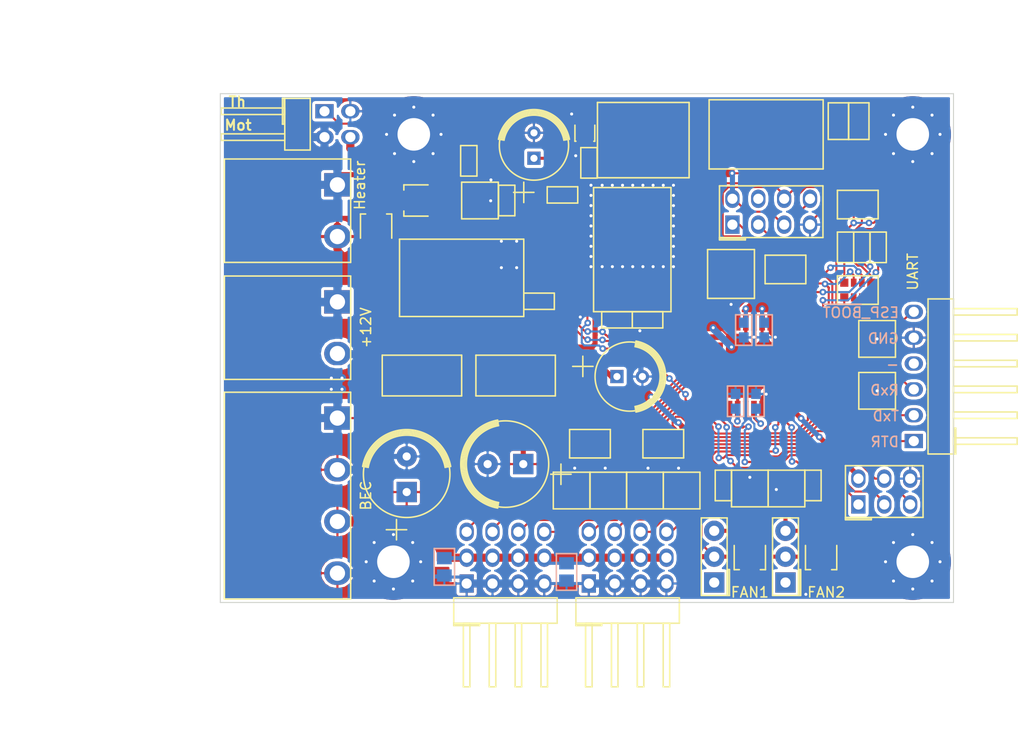
<source format=kicad_pcb>
(kicad_pcb (version 4) (host pcbnew 4.0.0-rc1-stable)
  (layers (0 F.Cu signal) (31 B.Cu signal hide) (34 B.Paste user hide) (35 F.Paste user hide) (36 B.SilkS user) (37 F.SilkS user) (38 B.Mask user hide) (39 F.Mask user) (44 Edge.Cuts user))
  (net 0 "")
  (net 1 +5V)
  (net 2 GND)
  (net 3 "Net-(C4-Pad1)")
  (net 4 +6V)
  (net 5 "Net-(R1-Pad2)")
  (net 6 +12V)
  (net 7 "Net-(R2-Pad2)")
  (net 8 "Net-(R3-Pad2)")
  (net 9 "Net-(R4-Pad2)")
  (net 10 +3V3)
  (net 11 /RESET)
  (net 12 "Net-(Q1-Pad1)")
  (net 13 "Net-(Q1-Pad3)")
  (net 14 /HEAT)
  (net 15 /MOT)
  (net 16 /F1)
  (net 17 /MISO)
  (net 18 /SCK)
  (net 19 /MOSI)
  (net 20 /F2)
  (net 21 /Heater)
  (net 22 /Motor)
  (net 23 /Fan1)
  (net 24 /Fan2)
  (net 25 /uC_TxD)
  (net 26 /uC_RxD)
  (net 27 /ESP_EN)
  (net 28 "Net-(RN3-Pad5)")
  (net 29 "Net-(RN3-Pad6)")
  (net 30 /Servo4)
  (net 31 /Servo3)
  (net 32 /Servo2)
  (net 33 /Servo1)
  (net 34 /Servo8)
  (net 35 /Servo7)
  (net 36 /Servo6)
  (net 37 /Servo5)
  (net 38 "Net-(C14-Pad1)")
  (net 39 /#DTR)
  (net 40 /#RxD)
  (net 41 /#TxD)
  (net 42 /ESP_BOOT)
  (net 43 "Net-(C15-Pad1)")
  (net 44 "Net-(D11-Pad2)")
  (net 45 "Net-(D12-Pad2)")
  (net 46 /LED2)
  (net 47 /LED1)
  (net 48 /#ESP)
  (net 49 "Net-(CON7-Pad1)")
  (net 50 "Net-(CON8-Pad1)")
  (net 51 "Net-(CON9-Pad4)")
  (net 52 "Net-(RN3-Pad2)")
  (net 53 "Net-(RN3-Pad7)")
  (net 54 "Net-(RN5-Pad4)")
  (net 55 "Net-(RN5-Pad5)")
  (net 56 "Net-(U1-Pad19)")
  (net 57 "Net-(U3-Pad4)")
  (net 58 /Therm)
  (net 59 /Servo1a)
  (net 60 /Servo2a)
  (net 61 /Servo3a)
  (net 62 /Servo4a)
  (net 63 /Servo5a)
  (net 64 /Servo6a)
  (net 65 /Servo7a)
  (net 66 /Servo8a)
  (net 67 /ESP_ENa)
  (module 0603_N (layer B.Cu) (at 103.404318 73.229884 270)
    (fp_text reference C1)
    (fp_text value 100n)
    (pad 1 smd rect (at -0.725 0 270) (size 1 0.95) (layers B.Cu B.Paste B.Mask) (net 1 +5V))
    (pad 2 smd rect (at 0.725 0 270) (size 1 0.95) (layers B.Cu B.Paste B.Mask) (net 2 GND))
  )
  (module 0603_N (layer B.Cu) (at 100.604318 80.229884 90)
    (fp_text reference C2)
    (fp_text value 100n)
    (pad 1 smd rect (at -0.725 0 90) (size 1 0.95) (layers B.Cu B.Paste B.Mask) (net 1 +5V))
    (pad 2 smd rect (at 0.725 0 90) (size 1 0.95) (layers B.Cu B.Paste B.Mask) (net 2 GND))
  )
  (module 0603_N (layer B.Cu) (at 101.404318 73.229884 270)
    (fp_text reference C3)
    (fp_text value 100n)
    (pad 1 smd rect (at -0.725 0 270) (size 1 0.95) (layers B.Cu B.Paste B.Mask) (net 1 +5V))
    (pad 2 smd rect (at 0.725 0 270) (size 1 0.95) (layers B.Cu B.Paste B.Mask) (net 2 GND))
  )
  (module 0603_N (layer B.Cu) (at 102.604318 80.229884 90)
    (fp_text reference C4)
    (fp_text value 100n)
    (pad 1 smd rect (at -0.725 0 90) (size 1 0.95) (layers B.Cu B.Paste B.Mask) (net 3 "Net-(C4-Pad1)"))
    (pad 2 smd rect (at 0.725 0 90) (size 1 0.95) (layers B.Cu B.Paste B.Mask) (net 2 GND))
  )
  (module 0603_N (layer F.Cu) (at 88.955025 72.225179)
    (fp_text reference C5)
    (fp_text value 100n)
    (pad 1 smd rect (at -0.725 0) (size 1 0.95) (layers F.Cu F.Paste F.Mask) (net 43 "Net-(C15-Pad1)"))
    (pad 2 smd rect (at 0.725 0) (size 1 0.95) (layers F.Cu F.Paste F.Mask) (net 2 GND))
  )
  (module 0603_N (layer F.Cu) (at 91.955025 72.225179 180)
    (fp_text reference C6)
    (fp_text value 100n)
    (pad 1 smd rect (at -0.725 0 180) (size 1 0.95) (layers F.Cu F.Paste F.Mask) (net 1 +5V))
    (pad 2 smd rect (at 0.725 0 180) (size 1 0.95) (layers F.Cu F.Paste F.Mask) (net 2 GND))
  )
  (module 0603_N (layer F.Cu) (at 86.2 56.8 90)
    (fp_text reference C7)
    (fp_text value 100n)
    (pad 1 smd rect (at -0.725 0 90) (size 1 0.95) (layers F.Cu F.Paste F.Mask) (net 1 +5V))
    (pad 2 smd rect (at 0.725 0 90) (size 1 0.95) (layers F.Cu F.Paste F.Mask) (net 2 GND))
  )
  (module Tantal_A_N (layer F.Cu) (at 85.8 53.1 90)
    (fp_text reference C8)
    (fp_text value 22u/6V3)
    (pad 1 smd rect (at -1.1 0 90) (size 1.5 1.25) (layers F.Cu F.Paste F.Mask) (net 10 +3V3))
    (pad 2 smd rect (at 1.1 0 90) (size 1.5 1.25) (layers F.Cu F.Paste F.Mask) (net 2 GND))
  )
  (module 0805_N (layer B.Cu) (at 72 96.5 270)
    (fp_text reference C9)
    (fp_text value 10u/16V)
    (pad 1 smd rect (at -0.85 0 270) (size 1.2 1.45) (layers B.Cu B.Paste B.Mask) (net 4 +6V))
    (pad 2 smd rect (at 0.85 0 270) (size 1.2 1.45) (layers B.Cu B.Paste B.Mask) (net 2 GND))
  )
  (module 0805_N (layer B.Cu) (at 84 97 270)
    (fp_text reference C10)
    (fp_text value 10u/16V)
    (pad 1 smd rect (at -0.85 0 270) (size 1.2 1.45) (layers B.Cu B.Paste B.Mask) (net 4 +6V))
    (pad 2 smd rect (at 0.85 0 270) (size 1.2 1.45) (layers B.Cu B.Paste B.Mask) (net 2 GND))
  )
  (module Cpol_8.0_12.0_M (layer F.Cu) (at 78 86.4 180)
    (fp_text reference C11)
    (fp_text value 470u/16V)
    (pad 1 thru_hole rect (at -1.75 0 180) (size 2 2) (drill 0.8) (layers *.Cu *.Mask) (net 6 +12V))
    (pad 2 thru_hole oval (at 1.75 0 180) (size 2 2) (drill 0.8) (layers *.Cu *.Mask) (net 2 GND))
  )
  (module Cpol_8.0_12.0_M (layer F.Cu) (at 68.3 87.4 90)
    (fp_text reference C12)
    (fp_text value 470u/16V)
    (pad 1 thru_hole rect (at -1.75 0 90) (size 2 2) (drill 0.8) (layers *.Cu *.Mask) (net 4 +6V))
    (pad 2 thru_hole oval (at 1.75 0 90) (size 2 2) (drill 0.8) (layers *.Cu *.Mask) (net 2 GND))
  )
  (module Cpol_6.3_11.0_N (layer F.Cu) (at 80.8 55.1 90)
    (fp_text reference C13)
    (fp_text value 100u/25V)
    (pad 1 thru_hole rect (at -1.25 0 90) (size 1.3 1.3) (drill 0.7) (layers *.Cu *.Mask) (net 1 +5V))
    (pad 2 thru_hole oval (at 1.25 0 90) (size 1.3 1.3) (drill 0.7) (layers *.Cu *.Mask) (net 2 GND))
  )
  (module 0603_N (layer F.Cu) (at 111.4 65.1 90)
    (fp_text reference C14)
    (fp_text value 100n)
    (pad 1 smd rect (at -0.725 0 90) (size 1 0.95) (layers F.Cu F.Paste F.Mask) (net 38 "Net-(C14-Pad1)"))
    (pad 2 smd rect (at 0.725 0 90) (size 1 0.95) (layers F.Cu F.Paste F.Mask) (net 11 /RESET))
  )
  (module Cpol_6.3_11.0_N (layer F.Cu) (at 90.2 77.8)
    (fp_text reference C15)
    (fp_text value 100u/25V)
    (pad 1 thru_hole rect (at -1.25 0) (size 1.3 1.3) (drill 0.7) (layers *.Cu *.Mask) (net 43 "Net-(C15-Pad1)"))
    (pad 2 thru_hole oval (at 1.25 0) (size 1.3 1.3) (drill 0.7) (layers *.Cu *.Mask) (net 2 GND))
  )
  (module PIN-3x4_angled_N (layer F.Cu) (at 78 95.6 90)
    (fp_text reference CON1 hide)
    (fp_text value Servo)
    (pad 1 thru_hole rect (at -2.54 -3.81 90) (size 1.8 1.4) (drill 1) (layers *.Cu *.Mask) (net 2 GND))
    (pad 2 thru_hole oval (at -2.54 -1.27 90) (size 1.8 1.4) (drill 1) (layers *.Cu *.Mask) (net 2 GND))
    (pad 3 thru_hole oval (at -2.54 1.27 90) (size 1.8 1.4) (drill 1) (layers *.Cu *.Mask) (net 2 GND))
    (pad 4 thru_hole oval (at -2.54 3.81 90) (size 1.8 1.4) (drill 1) (layers *.Cu *.Mask) (net 2 GND))
    (pad 5 thru_hole oval (at 0 -3.81 90) (size 1.8 1.4) (drill 1) (layers *.Cu *.Mask) (net 4 +6V))
    (pad 6 thru_hole oval (at 0 -1.27 90) (size 1.8 1.4) (drill 1) (layers *.Cu *.Mask) (net 4 +6V))
    (pad 7 thru_hole oval (at 0 1.27 90) (size 1.8 1.4) (drill 1) (layers *.Cu *.Mask) (net 4 +6V))
    (pad 8 thru_hole oval (at 0 3.81 90) (size 1.8 1.4) (drill 1) (layers *.Cu *.Mask) (net 4 +6V))
    (pad 9 thru_hole oval (at 2.54 -3.81 90) (size 1.8 1.4) (drill 1) (layers *.Cu *.Mask) (net 59 /Servo1a))
    (pad 10 thru_hole oval (at 2.54 -1.27 90) (size 1.8 1.4) (drill 1) (layers *.Cu *.Mask) (net 60 /Servo2a))
    (pad 11 thru_hole oval (at 2.54 1.27 90) (size 1.8 1.4) (drill 1) (layers *.Cu *.Mask) (net 61 /Servo3a))
    (pad 12 thru_hole oval (at 2.54 3.81 90) (size 1.8 1.4) (drill 1) (layers *.Cu *.Mask) (net 62 /Servo4a))
  )
  (module PIN-3x4_angled_N (layer F.Cu) (at 90 95.6 90)
    (fp_text reference CON2 hide)
    (fp_text value Servo)
    (pad 1 thru_hole rect (at -2.54 -3.81 90) (size 1.8 1.4) (drill 1) (layers *.Cu *.Mask) (net 2 GND))
    (pad 2 thru_hole oval (at -2.54 -1.27 90) (size 1.8 1.4) (drill 1) (layers *.Cu *.Mask) (net 2 GND))
    (pad 3 thru_hole oval (at -2.54 1.27 90) (size 1.8 1.4) (drill 1) (layers *.Cu *.Mask) (net 2 GND))
    (pad 4 thru_hole oval (at -2.54 3.81 90) (size 1.8 1.4) (drill 1) (layers *.Cu *.Mask) (net 2 GND))
    (pad 5 thru_hole oval (at 0 -3.81 90) (size 1.8 1.4) (drill 1) (layers *.Cu *.Mask) (net 4 +6V))
    (pad 6 thru_hole oval (at 0 -1.27 90) (size 1.8 1.4) (drill 1) (layers *.Cu *.Mask) (net 4 +6V))
    (pad 7 thru_hole oval (at 0 1.27 90) (size 1.8 1.4) (drill 1) (layers *.Cu *.Mask) (net 4 +6V))
    (pad 8 thru_hole oval (at 0 3.81 90) (size 1.8 1.4) (drill 1) (layers *.Cu *.Mask) (net 4 +6V))
    (pad 9 thru_hole oval (at 2.54 -3.81 90) (size 1.8 1.4) (drill 1) (layers *.Cu *.Mask) (net 63 /Servo5a))
    (pad 10 thru_hole oval (at 2.54 -1.27 90) (size 1.8 1.4) (drill 1) (layers *.Cu *.Mask) (net 64 /Servo6a))
    (pad 11 thru_hole oval (at 2.54 1.27 90) (size 1.8 1.4) (drill 1) (layers *.Cu *.Mask) (net 65 /Servo7a))
    (pad 12 thru_hole oval (at 2.54 3.81 90) (size 1.8 1.4) (drill 1) (layers *.Cu *.Mask) (net 66 /Servo8a))
  )
  (module EDG-5.08mm-2_N (layer F.Cu) (at 61.5 61.5)
    (fp_text reference CON3 hide)
    (fp_text value Heater (at 2.2 -2.5 90) (layer F.SilkS) (effects (font (thickness 0.152))))
    (pad 1 thru_hole rect (at 0 -2.54) (size 2.6 2.3) (drill 1.5) (layers *.Cu *.Mask) (net 6 +12V))
    (pad 2 thru_hole oval (at 0 2.54) (size 2.6 2.3) (drill 1.5) (layers *.Cu *.Mask) (net 14 /HEAT))
  )
  (module EDG-5.08mm-2_N (layer F.Cu) (at 61.5 73)
    (fp_text reference CON4 hide)
    (fp_text value +12V (at 2.8 0 90) (layer F.SilkS) (effects (font (thickness 0.152))))
    (pad 1 thru_hole rect (at 0 -2.54) (size 2.6 2.3) (drill 1.5) (layers *.Cu *.Mask) (net 6 +12V))
    (pad 2 thru_hole oval (at 0 2.54) (size 2.6 2.3) (drill 1.5) (layers *.Cu *.Mask) (net 2 GND))
  )
  (module EDG-5.08mm-4_N (layer F.Cu) (at 61.5 89.5)
    (fp_text reference CON5 hide)
    (fp_text value BEC (at 2.8 0 90) (layer F.SilkS) (effects (font (thickness 0.152))))
    (pad 1 thru_hole rect (at 0 -7.62) (size 2.6 2.3) (drill 1.5) (layers *.Cu *.Mask) (net 6 +12V))
    (pad 2 thru_hole oval (at 0 -2.54) (size 2.6 2.3) (drill 1.5) (layers *.Cu *.Mask) (net 2 GND))
    (pad 3 thru_hole oval (at 0 2.54) (size 2.6 2.3) (drill 1.5) (layers *.Cu *.Mask) (net 4 +6V))
    (pad 4 thru_hole oval (at 0 7.62) (size 2.6 2.3) (drill 1.5) (layers *.Cu *.Mask) (net 2 GND))
  )
  (module PIN-1x3_M (layer F.Cu) (at 98.5 95.5 180)
    (fp_text reference CON7 hide)
    (fp_text value FAN1 (at -3.5 -3.5 360) (layer F.SilkS) (effects (font (thickness 0.152))))
    (pad 1 thru_hole rect (at 0 -2.54 180) (size 2 2) (drill 1) (layers *.Cu *.Mask) (net 49 "Net-(CON7-Pad1)"))
    (pad 2 thru_hole circle (at 0 0 180) (size 2 2) (drill 1) (layers *.Cu *.Mask) (net 6 +12V))
    (pad 3 thru_hole circle (at 0 2.54 180) (size 2 2) (drill 1) (layers *.Cu *.Mask) (net 16 /F1))
  )
  (module PIN-1x3_M (layer F.Cu) (at 105.5 95.5 180)
    (fp_text reference CON8 hide)
    (fp_text value FAN2 (at -4 -3.5 180) (layer F.SilkS) (effects (font (thickness 0.152))))
    (pad 1 thru_hole rect (at 0 -2.54 180) (size 2 2) (drill 1) (layers *.Cu *.Mask) (net 50 "Net-(CON8-Pad1)"))
    (pad 2 thru_hole circle (at 0 0 180) (size 2 2) (drill 1) (layers *.Cu *.Mask) (net 6 +12V))
    (pad 3 thru_hole circle (at 0 2.54 180) (size 2 2) (drill 1) (layers *.Cu *.Mask) (net 20 /F2))
  )
  (module PIN-1x6_angled_N (layer F.Cu) (at 118.1 77.79 180)
    (fp_text reference CON9 hide)
    (fp_text value UART (at 0.1 10.29 270) (layer F.SilkS) (effects (font (thickness 0.152))))
    (pad 1 thru_hole rect (at 0 -6.35 180) (size 1.8 1.4) (drill 1) (layers *.Cu *.Mask) (net 39 /#DTR))
    (pad 2 thru_hole oval (at 0 -3.81 180) (size 1.8 1.4) (drill 1) (layers *.Cu *.Mask) (net 40 /#RxD))
    (pad 3 thru_hole oval (at 0 -1.27 180) (size 1.8 1.4) (drill 1) (layers *.Cu *.Mask) (net 41 /#TxD))
    (pad 4 thru_hole oval (at 0 1.27 180) (size 1.8 1.4) (drill 1) (layers *.Cu *.Mask) (net 51 "Net-(CON9-Pad4)"))
    (pad 5 thru_hole oval (at 0 3.81 180) (size 1.8 1.4) (drill 1) (layers *.Cu *.Mask) (net 2 GND))
    (pad 6 thru_hole oval (at 0 6.35 180) (size 1.8 1.4) (drill 1) (layers *.Cu *.Mask) (net 48 /#ESP))
  )
  (module PIN-2x3_N (layer F.Cu) (at 115.2 89.1 90)
    (fp_text reference CON10 hide)
    (fp_text value AVR_Prog)
    (pad 1 thru_hole rect (at -1.27 -2.54 90) (size 1.8 1.4) (drill 1) (layers *.Cu *.Mask) (net 17 /MISO))
    (pad 2 thru_hole oval (at 1.27 -2.54 90) (size 1.8 1.4) (drill 1) (layers *.Cu *.Mask) (net 1 +5V))
    (pad 3 thru_hole oval (at -1.27 0 90) (size 1.8 1.4) (drill 1) (layers *.Cu *.Mask) (net 18 /SCK))
    (pad 4 thru_hole oval (at 1.27 0 90) (size 1.8 1.4) (drill 1) (layers *.Cu *.Mask) (net 19 /MOSI))
    (pad 5 thru_hole oval (at -1.27 2.54 90) (size 1.8 1.4) (drill 1) (layers *.Cu *.Mask) (net 11 /RESET))
    (pad 6 thru_hole oval (at 1.27 2.54 90) (size 1.8 1.4) (drill 1) (layers *.Cu *.Mask) (net 2 GND))
  )
  (module SOT23-3_N (layer F.Cu) (at 84.5 89)
    (fp_text reference D1)
    (fp_text value PESD5V2S2UT)
    (pad 1 smd rect (at -0.95 1.05) (size 0.8 0.9) (layers F.Cu F.Paste F.Mask) (net 59 /Servo1a))
    (pad 2 smd rect (at 0.95 1.05) (size 0.8 0.9) (layers F.Cu F.Paste F.Mask) (net 60 /Servo2a))
    (pad 3 smd rect (at 0 -1.05 180) (size 0.8 0.9) (layers F.Cu F.Paste F.Mask) (net 2 GND))
  )
  (module SOT23-3_N (layer F.Cu) (at 91.7 89)
    (fp_text reference D2)
    (fp_text value PESD5V2S2UT)
    (pad 1 smd rect (at -0.95 1.05) (size 0.8 0.9) (layers F.Cu F.Paste F.Mask) (net 63 /Servo5a))
    (pad 2 smd rect (at 0.95 1.05) (size 0.8 0.9) (layers F.Cu F.Paste F.Mask) (net 64 /Servo6a))
    (pad 3 smd rect (at 0 -1.05 180) (size 0.8 0.9) (layers F.Cu F.Paste F.Mask) (net 2 GND))
  )
  (module SOT23-3_N (layer F.Cu) (at 88.1 89)
    (fp_text reference D3)
    (fp_text value PESD5V2S2UT)
    (pad 1 smd rect (at -0.95 1.05) (size 0.8 0.9) (layers F.Cu F.Paste F.Mask) (net 61 /Servo3a))
    (pad 2 smd rect (at 0.95 1.05) (size 0.8 0.9) (layers F.Cu F.Paste F.Mask) (net 62 /Servo4a))
    (pad 3 smd rect (at 0 -1.05 180) (size 0.8 0.9) (layers F.Cu F.Paste F.Mask) (net 2 GND))
  )
  (module SOT23-3_N (layer F.Cu) (at 95.3 89)
    (fp_text reference D4)
    (fp_text value PESD5V2S2UT)
    (pad 1 smd rect (at -0.95 1.05) (size 0.8 0.9) (layers F.Cu F.Paste F.Mask) (net 65 /Servo7a))
    (pad 2 smd rect (at 0.95 1.05) (size 0.8 0.9) (layers F.Cu F.Paste F.Mask) (net 66 /Servo8a))
    (pad 3 smd rect (at 0 -1.05 180) (size 0.8 0.9) (layers F.Cu F.Paste F.Mask) (net 2 GND))
  )
  (module SMA_N (layer F.Cu) (at 65.3 64.2 270)
    (fp_text reference D5)
    (fp_text value SS14)
    (pad 1 smd rect (at -1.9 0 270) (size 2.1 1.55) (layers F.Cu F.Paste F.Mask) (net 6 +12V))
    (pad 2 smd rect (at 1.9 0 270) (size 2.1 1.55) (layers F.Cu F.Paste F.Mask) (net 14 /HEAT))
  )
  (module SMA_N (layer F.Cu) (at 70.4 60.5)
    (fp_text reference D6)
    (fp_text value SS14)
    (pad 1 smd rect (at -1.9 0) (size 2.1 1.55) (layers F.Cu F.Paste F.Mask) (net 6 +12V))
    (pad 2 smd rect (at 1.9 0) (size 2.1 1.55) (layers F.Cu F.Paste F.Mask) (net 15 /MOT))
  )
  (module SMA_N (layer F.Cu) (at 102 94.4 90)
    (fp_text reference D7)
    (fp_text value SS14)
    (pad 1 smd rect (at -1.9 0 90) (size 2.1 1.55) (layers F.Cu F.Paste F.Mask) (net 6 +12V))
    (pad 2 smd rect (at 1.9 0 90) (size 2.1 1.55) (layers F.Cu F.Paste F.Mask) (net 16 /F1))
  )
  (module SMA_N (layer F.Cu) (at 109 94.4 90)
    (fp_text reference D8)
    (fp_text value SS14)
    (pad 1 smd rect (at -1.9 0 90) (size 2.1 1.55) (layers F.Cu F.Paste F.Mask) (net 6 +12V))
    (pad 2 smd rect (at 1.9 0 90) (size 2.1 1.55) (layers F.Cu F.Paste F.Mask) (net 20 /F2))
  )
  (module SOT23-3_N (layer F.Cu) (at 114.5 79.2)
    (fp_text reference D9)
    (fp_text value PESD5V2S2UT)
    (pad 1 smd rect (at -0.95 1.05) (size 0.8 0.9) (layers F.Cu F.Paste F.Mask) (net 39 /#DTR))
    (pad 2 smd rect (at 0.95 1.05) (size 0.8 0.9) (layers F.Cu F.Paste F.Mask) (net 40 /#RxD))
    (pad 3 smd rect (at 0 -1.05 180) (size 0.8 0.9) (layers F.Cu F.Paste F.Mask) (net 2 GND))
  )
  (module SOT23-3_N (layer F.Cu) (at 114.5 74.1)
    (fp_text reference D10)
    (fp_text value PESD5V2S2UT)
    (pad 1 smd rect (at -0.95 1.05) (size 0.8 0.9) (layers F.Cu F.Paste F.Mask) (net 41 /#TxD))
    (pad 2 smd rect (at 0.95 1.05) (size 0.8 0.9) (layers F.Cu F.Paste F.Mask) (net 48 /#ESP))
    (pad 3 smd rect (at 0 -1.05 180) (size 0.8 0.9) (layers F.Cu F.Paste F.Mask) (net 2 GND))
  )
  (module 0805_N (layer F.Cu) (at 110.7 52.7 270)
    (fp_text reference D11)
    (fp_text value LED)
    (pad 1 smd rect (at -0.85 0 270) (size 1.2 1.45) (layers F.Cu F.Paste F.Mask) (net 2 GND))
    (pad 2 smd rect (at 0.85 0 270) (size 1.2 1.45) (layers F.Cu F.Paste F.Mask) (net 44 "Net-(D11-Pad2)"))
  )
  (module 0805_N (layer F.Cu) (at 112.7 52.7 270)
    (fp_text reference D12)
    (fp_text value LED)
    (pad 1 smd rect (at -0.85 0 270) (size 1.2 1.45) (layers F.Cu F.Paste F.Mask) (net 2 GND))
    (pad 2 smd rect (at 0.85 0 270) (size 1.2 1.45) (layers F.Cu F.Paste F.Mask) (net 45 "Net-(D12-Pad2)"))
  )
  (module nut_M3_DIN985 (layer F.Cu) (at 118 54)
    (fp_text reference MECH1)
    (fp_text value nut)
  )
  (module nut_M3_DIN985 (layer F.Cu) (at 69 54)
    (fp_text reference MECH2)
    (fp_text value nut)
  )
  (module nut_M3_DIN985 (layer F.Cu) (at 67 96)
    (fp_text reference MECH3)
    (fp_text value nut)
  )
  (module spacer_M3x5+6 (layer B.Cu) (at 118 54)
    (fp_text reference MECH6)
    (fp_text value spacer_M3x5+6)
  )
  (module spacer_M3x5+6 (layer B.Cu) (at 67 96)
    (fp_text reference MECH7)
    (fp_text value spacer_M3x5+6)
  )
  (module spacer_M3x5+6 (layer B.Cu) (at 69 54)
    (fp_text reference MECH8)
    (fp_text value spacer_M3x5+6)
  )
  (module mounting_hole_3.2_7.5_plated_vias (layer F.Cu) (at 67 96)
    (fp_text reference MH1)
    (fp_text value "Mounting hole")
    (pad 1 thru_hole circle (at 0 0) (size 7.5 7.5) (drill 3.2) (layers *.Cu *.Mask) (net 2 GND))
    (pad 1 thru_hole circle (at 2.675 0) (size 0.65 0.65) (drill 0.3) (layers *.Cu *.Mask) (net 2 GND))
    (pad 1 thru_hole circle (at 1.892 -1.892) (size 0.65 0.65) (drill 0.3) (layers *.Cu *.Mask) (net 2 GND))
    (pad 1 thru_hole circle (at 0 -2.675) (size 0.65 0.65) (drill 0.3) (layers *.Cu *.Mask) (net 2 GND))
    (pad 1 thru_hole circle (at -1.892 -1.892) (size 0.65 0.65) (drill 0.3) (layers *.Cu *.Mask) (net 2 GND))
    (pad 1 thru_hole circle (at -2.675 0) (size 0.65 0.65) (drill 0.3) (layers *.Cu *.Mask) (net 2 GND))
    (pad 1 thru_hole circle (at -1.892 1.892) (size 0.65 0.65) (drill 0.3) (layers *.Cu *.Mask) (net 2 GND))
    (pad 1 thru_hole circle (at 0 2.675) (size 0.65 0.65) (drill 0.3) (layers *.Cu *.Mask) (net 2 GND))
    (pad 1 thru_hole circle (at 1.892 1.892) (size 0.65 0.65) (drill 0.3) (layers *.Cu *.Mask) (net 2 GND))
  )
  (module mounting_hole_3.2_7.5_plated_vias (layer F.Cu) (at 69 54)
    (fp_text reference MH2)
    (fp_text value "Mounting hole")
    (pad 1 thru_hole circle (at 0 0) (size 7.5 7.5) (drill 3.2) (layers *.Cu *.Mask) (net 2 GND))
    (pad 1 thru_hole circle (at 2.675 0) (size 0.65 0.65) (drill 0.3) (layers *.Cu *.Mask) (net 2 GND))
    (pad 1 thru_hole circle (at 1.892 -1.892) (size 0.65 0.65) (drill 0.3) (layers *.Cu *.Mask) (net 2 GND))
    (pad 1 thru_hole circle (at 0 -2.675) (size 0.65 0.65) (drill 0.3) (layers *.Cu *.Mask) (net 2 GND))
    (pad 1 thru_hole circle (at -1.892 -1.892) (size 0.65 0.65) (drill 0.3) (layers *.Cu *.Mask) (net 2 GND))
    (pad 1 thru_hole circle (at -2.675 0) (size 0.65 0.65) (drill 0.3) (layers *.Cu *.Mask) (net 2 GND))
    (pad 1 thru_hole circle (at -1.892 1.892) (size 0.65 0.65) (drill 0.3) (layers *.Cu *.Mask) (net 2 GND))
    (pad 1 thru_hole circle (at 0 2.675) (size 0.65 0.65) (drill 0.3) (layers *.Cu *.Mask) (net 2 GND))
    (pad 1 thru_hole circle (at 1.892 1.892) (size 0.65 0.65) (drill 0.3) (layers *.Cu *.Mask) (net 2 GND))
  )
  (module mounting_hole_3.2_7.5_plated_vias (layer F.Cu) (at 118 96)
    (fp_text reference MH3)
    (fp_text value "Mounting hole")
    (pad 1 thru_hole circle (at 0 0) (size 7.5 7.5) (drill 3.2) (layers *.Cu *.Mask) (net 2 GND))
    (pad 1 thru_hole circle (at 2.675 0) (size 0.65 0.65) (drill 0.3) (layers *.Cu *.Mask) (net 2 GND))
    (pad 1 thru_hole circle (at 1.892 -1.892) (size 0.65 0.65) (drill 0.3) (layers *.Cu *.Mask) (net 2 GND))
    (pad 1 thru_hole circle (at 0 -2.675) (size 0.65 0.65) (drill 0.3) (layers *.Cu *.Mask) (net 2 GND))
    (pad 1 thru_hole circle (at -1.892 -1.892) (size 0.65 0.65) (drill 0.3) (layers *.Cu *.Mask) (net 2 GND))
    (pad 1 thru_hole circle (at -2.675 0) (size 0.65 0.65) (drill 0.3) (layers *.Cu *.Mask) (net 2 GND))
    (pad 1 thru_hole circle (at -1.892 1.892) (size 0.65 0.65) (drill 0.3) (layers *.Cu *.Mask) (net 2 GND))
    (pad 1 thru_hole circle (at 0 2.675) (size 0.65 0.65) (drill 0.3) (layers *.Cu *.Mask) (net 2 GND))
    (pad 1 thru_hole circle (at 1.892 1.892) (size 0.65 0.65) (drill 0.3) (layers *.Cu *.Mask) (net 2 GND))
  )
  (module mounting_hole_3.2_7.5_plated_vias (layer F.Cu) (at 118 54)
    (fp_text reference MH4)
    (fp_text value "Mounting hole")
    (pad 1 thru_hole circle (at 0 0) (size 7.5 7.5) (drill 3.2) (layers *.Cu *.Mask) (net 2 GND))
    (pad 1 thru_hole circle (at 2.675 0) (size 0.65 0.65) (drill 0.3) (layers *.Cu *.Mask) (net 2 GND))
    (pad 1 thru_hole circle (at 1.892 -1.892) (size 0.65 0.65) (drill 0.3) (layers *.Cu *.Mask) (net 2 GND))
    (pad 1 thru_hole circle (at 0 -2.675) (size 0.65 0.65) (drill 0.3) (layers *.Cu *.Mask) (net 2 GND))
    (pad 1 thru_hole circle (at -1.892 -1.892) (size 0.65 0.65) (drill 0.3) (layers *.Cu *.Mask) (net 2 GND))
    (pad 1 thru_hole circle (at -2.675 0) (size 0.65 0.65) (drill 0.3) (layers *.Cu *.Mask) (net 2 GND))
    (pad 1 thru_hole circle (at -1.892 1.892) (size 0.65 0.65) (drill 0.3) (layers *.Cu *.Mask) (net 2 GND))
    (pad 1 thru_hole circle (at 0 2.675) (size 0.65 0.65) (drill 0.3) (layers *.Cu *.Mask) (net 2 GND))
    (pad 1 thru_hole circle (at 1.892 1.892) (size 0.65 0.65) (drill 0.3) (layers *.Cu *.Mask) (net 2 GND))
  )
  (module 3.7x3.1_N (layer F.Cu) (at 100.149652 67.717462 180)
    (fp_text reference Q1)
    (fp_text value 16MHz)
    (pad 1 smd rect (at -1.5 0 180) (size 0.7 4.1) (layers F.Cu F.Paste F.Mask) (net 12 "Net-(Q1-Pad1)"))
    (pad 3 smd rect (at 1.5 0 180) (size 0.7 4.1) (layers F.Cu F.Paste F.Mask) (net 13 "Net-(Q1-Pad3)"))
    (pad 2 smd rect (at 0 0 180) (size 1 4.1) (layers F.Cu F.Paste F.Mask) (net 2 GND))
  )
  (module 0603_N (layer F.Cu) (at 81.3 70.4 180)
    (fp_text reference R1)
    (fp_text value 100R)
    (pad 1 smd rect (at -0.725 0 180) (size 1 0.95) (layers F.Cu F.Paste F.Mask) (net 21 /Heater))
    (pad 2 smd rect (at 0.725 0 180) (size 1 0.95) (layers F.Cu F.Paste F.Mask) (net 5 "Net-(R1-Pad2)"))
  )
  (module 0603_N (layer F.Cu) (at 78.125 60.5 270)
    (fp_text reference R2)
    (fp_text value 100R)
    (pad 1 smd rect (at -0.725 0 270) (size 1 0.95) (layers F.Cu F.Paste F.Mask) (net 22 /Motor))
    (pad 2 smd rect (at 0.725 0 270) (size 1 0.95) (layers F.Cu F.Paste F.Mask) (net 7 "Net-(R2-Pad2)"))
  )
  (module 0603_N (layer F.Cu) (at 99.4 88.5 270)
    (fp_text reference R3)
    (fp_text value 100R)
    (pad 1 smd rect (at -0.725 0 270) (size 1 0.95) (layers F.Cu F.Paste F.Mask) (net 23 /Fan1))
    (pad 2 smd rect (at 0.725 0 270) (size 1 0.95) (layers F.Cu F.Paste F.Mask) (net 8 "Net-(R3-Pad2)"))
  )
  (module 0603_N (layer F.Cu) (at 108.2 88.5 270)
    (fp_text reference R4)
    (fp_text value 100R)
    (pad 1 smd rect (at -0.725 0 270) (size 1 0.95) (layers F.Cu F.Paste F.Mask) (net 24 /Fan2))
    (pad 2 smd rect (at 0.725 0 270) (size 1 0.95) (layers F.Cu F.Paste F.Mask) (net 9 "Net-(R4-Pad2)"))
  )
  (module 2512_N (layer F.Cu) (at 79 77.7)
    (fp_text reference R8)
    (fp_text value 22R/1W)
    (pad 1 smd rect (at -2.925 0) (size 1.3 3.35) (layers F.Cu F.Paste F.Mask) (net 6 +12V))
    (pad 2 smd rect (at 2.925 0) (size 1.3 3.35) (layers F.Cu F.Paste F.Mask) (net 43 "Net-(C15-Pad1)"))
  )
  (module 2512_N (layer F.Cu) (at 69.8 77.7)
    (fp_text reference R9)
    (fp_text value 22R/1W)
    (pad 1 smd rect (at -2.925 0) (size 1.3 3.35) (layers F.Cu F.Paste F.Mask) (net 6 +12V))
    (pad 2 smd rect (at 2.925 0) (size 1.3 3.35) (layers F.Cu F.Paste F.Mask) (net 43 "Net-(C15-Pad1)"))
  )
  (module 0603_N (layer F.Cu) (at 113 65.1 90)
    (fp_text reference R10)
    (fp_text value 1k)
    (pad 1 smd rect (at -0.725 0 90) (size 1 0.95) (layers F.Cu F.Paste F.Mask) (net 46 /LED2))
    (pad 2 smd rect (at 0.725 0 90) (size 1 0.95) (layers F.Cu F.Paste F.Mask) (net 44 "Net-(D11-Pad2)"))
  )
  (module 0603_N (layer F.Cu) (at 114.6 65.1 90)
    (fp_text reference R11)
    (fp_text value 1k)
    (pad 1 smd rect (at -0.725 0 90) (size 1 0.95) (layers F.Cu F.Paste F.Mask) (net 47 /LED1))
    (pad 2 smd rect (at 0.725 0 90) (size 1 0.95) (layers F.Cu F.Paste F.Mask) (net 45 "Net-(D12-Pad2)"))
  )
  (module 4x0603_N (layer F.Cu) (at 86.3 84.4 180)
    (fp_text reference RN1)
    (fp_text value 1k)
    (pad 1 smd rect (at -1.325 0.725 180) (size 0.8 0.8) (layers F.Cu F.Paste F.Mask) (net 30 /Servo4))
    (pad 2 smd rect (at -0.4 0.725 180) (size 0.55 0.8) (layers F.Cu F.Paste F.Mask) (net 31 /Servo3))
    (pad 3 smd rect (at 0.4 0.725 180) (size 0.55 0.8) (layers F.Cu F.Paste F.Mask) (net 32 /Servo2))
    (pad 4 smd rect (at 1.325 0.725 180) (size 0.8 0.8) (layers F.Cu F.Paste F.Mask) (net 33 /Servo1))
    (pad 5 smd rect (at 1.325 -0.725) (size 0.8 0.8) (layers F.Cu F.Paste F.Mask) (net 59 /Servo1a))
    (pad 6 smd rect (at 0.4 -0.725) (size 0.55 0.8) (layers F.Cu F.Paste F.Mask) (net 60 /Servo2a))
    (pad 7 smd rect (at -0.4 -0.725) (size 0.55 0.8) (layers F.Cu F.Paste F.Mask) (net 61 /Servo3a))
    (pad 8 smd rect (at -1.325 -0.725) (size 0.8 0.8) (layers F.Cu F.Paste F.Mask) (net 62 /Servo4a))
  )
  (module 4x0603_N (layer F.Cu) (at 93.5 84.4 180)
    (fp_text reference RN2)
    (fp_text value 1k)
    (pad 1 smd rect (at -1.325 0.725 180) (size 0.8 0.8) (layers F.Cu F.Paste F.Mask) (net 34 /Servo8))
    (pad 2 smd rect (at -0.4 0.725 180) (size 0.55 0.8) (layers F.Cu F.Paste F.Mask) (net 35 /Servo7))
    (pad 3 smd rect (at 0.4 0.725 180) (size 0.55 0.8) (layers F.Cu F.Paste F.Mask) (net 36 /Servo6))
    (pad 4 smd rect (at 1.325 0.725 180) (size 0.8 0.8) (layers F.Cu F.Paste F.Mask) (net 37 /Servo5))
    (pad 5 smd rect (at 1.325 -0.725) (size 0.8 0.8) (layers F.Cu F.Paste F.Mask) (net 63 /Servo5a))
    (pad 6 smd rect (at 0.4 -0.725) (size 0.55 0.8) (layers F.Cu F.Paste F.Mask) (net 64 /Servo6a))
    (pad 7 smd rect (at -0.4 -0.725) (size 0.55 0.8) (layers F.Cu F.Paste F.Mask) (net 65 /Servo7a))
    (pad 8 smd rect (at -1.325 -0.725) (size 0.8 0.8) (layers F.Cu F.Paste F.Mask) (net 66 /Servo8a))
  )
  (module 4x0603_N (layer F.Cu) (at 105.5 67.275)
    (fp_text reference RN3)
    (fp_text value 1k)
    (pad 1 smd rect (at -1.325 0.725) (size 0.8 0.8) (layers F.Cu F.Paste F.Mask) (net 27 /ESP_EN))
    (pad 2 smd rect (at -0.4 0.725) (size 0.55 0.8) (layers F.Cu F.Paste F.Mask) (net 52 "Net-(RN3-Pad2)"))
    (pad 3 smd rect (at 0.4 0.725) (size 0.55 0.8) (layers F.Cu F.Paste F.Mask) (net 25 /uC_TxD))
    (pad 4 smd rect (at 1.325 0.725) (size 0.8 0.8) (layers F.Cu F.Paste F.Mask) (net 26 /uC_RxD))
    (pad 5 smd rect (at 1.325 -0.725 180) (size 0.8 0.8) (layers F.Cu F.Paste F.Mask) (net 28 "Net-(RN3-Pad5)"))
    (pad 6 smd rect (at 0.4 -0.725 180) (size 0.55 0.8) (layers F.Cu F.Paste F.Mask) (net 29 "Net-(RN3-Pad6)"))
    (pad 7 smd rect (at -0.4 -0.725 180) (size 0.55 0.8) (layers F.Cu F.Paste F.Mask) (net 53 "Net-(RN3-Pad7)"))
    (pad 8 smd rect (at -1.325 -0.725 180) (size 0.8 0.8) (layers F.Cu F.Paste F.Mask) (net 67 /ESP_ENa))
  )
  (module 4x0603_N (layer F.Cu) (at 112.6 69.3)
    (fp_text reference RN4)
    (fp_text value 1k)
    (pad 1 smd rect (at -1.325 0.725) (size 0.8 0.8) (layers F.Cu F.Paste F.Mask) (net 39 /#DTR))
    (pad 2 smd rect (at -0.4 0.725) (size 0.55 0.8) (layers F.Cu F.Paste F.Mask) (net 40 /#RxD))
    (pad 3 smd rect (at 0.4 0.725) (size 0.55 0.8) (layers F.Cu F.Paste F.Mask) (net 41 /#TxD))
    (pad 4 smd rect (at 1.325 0.725) (size 0.8 0.8) (layers F.Cu F.Paste F.Mask) (net 48 /#ESP))
    (pad 5 smd rect (at 1.325 -0.725 180) (size 0.8 0.8) (layers F.Cu F.Paste F.Mask) (net 42 /ESP_BOOT))
    (pad 6 smd rect (at 0.4 -0.725 180) (size 0.55 0.8) (layers F.Cu F.Paste F.Mask) (net 26 /uC_RxD))
    (pad 7 smd rect (at -0.4 -0.725 180) (size 0.55 0.8) (layers F.Cu F.Paste F.Mask) (net 25 /uC_TxD))
    (pad 8 smd rect (at -1.325 -0.725 180) (size 0.8 0.8) (layers F.Cu F.Paste F.Mask) (net 38 "Net-(C14-Pad1)"))
  )
  (module 4x0603_N (layer F.Cu) (at 112.6 60.9)
    (fp_text reference RN5)
    (fp_text value 22k)
    (pad 1 smd rect (at -1.325 0.725) (size 0.8 0.8) (layers F.Cu F.Paste F.Mask) (net 2 GND))
    (pad 2 smd rect (at -0.4 0.725) (size 0.55 0.8) (layers F.Cu F.Paste F.Mask) (net 11 /RESET))
    (pad 3 smd rect (at 0.4 0.725) (size 0.55 0.8) (layers F.Cu F.Paste F.Mask) (net 42 /ESP_BOOT))
    (pad 4 smd rect (at 1.325 0.725) (size 0.8 0.8) (layers F.Cu F.Paste F.Mask) (net 54 "Net-(RN5-Pad4)"))
    (pad 5 smd rect (at 1.325 -0.725 180) (size 0.8 0.8) (layers F.Cu F.Paste F.Mask) (net 55 "Net-(RN5-Pad5)"))
    (pad 6 smd rect (at 0.4 -0.725 180) (size 0.55 0.8) (layers F.Cu F.Paste F.Mask) (net 10 +3V3))
    (pad 7 smd rect (at -0.4 -0.725 180) (size 0.55 0.8) (layers F.Cu F.Paste F.Mask) (net 1 +5V))
    (pad 8 smd rect (at -1.325 -0.725 180) (size 0.8 0.8) (layers F.Cu F.Paste F.Mask) (net 67 /ESP_ENa))
  )
  (module MicroswitchSmd-4.3_N (layer F.Cu) (at 103.6 54 270)
    (fp_text reference SW1)
    (fp_text value RESET)
    (pad 1 smd rect (at -2.25 4.25 270) (size 1.3 2) (layers F.Cu F.Paste F.Mask) (net 2 GND))
    (pad 2 smd rect (at 2.25 4.25 270) (size 1.3 2) (layers F.Cu F.Paste F.Mask) (net 11 /RESET))
    (pad 2 smd rect (at 2.25 -4.25 90) (size 1.3 2) (layers F.Cu F.Paste F.Mask) (net 11 /RESET))
    (pad 1 smd rect (at -2.25 -4.25 90) (size 1.3 2) (layers F.Cu F.Paste F.Mask) (net 2 GND))
  )
  (module D-PAK_N (layer F.Cu) (at 73.2 68.1 90)
    (fp_text reference T1)
    (fp_text value IRLR2905PBF)
    (pad 2 smd rect (at 0 -1.8 90) (size 7 7) (layers F.Cu F.Paste F.Mask) (net 14 /HEAT))
    (pad 1 smd rect (at -2.3 5.1 90) (size 1.5 2.5) (layers F.Cu F.Paste F.Mask) (net 5 "Net-(R1-Pad2)"))
    (pad 3 smd rect (at 2.3 5.1 90) (size 1.5 2.5) (layers F.Cu F.Paste F.Mask) (net 2 GND))
  )
  (module SOT23-3_N (layer F.Cu) (at 75.5 60.5 90)
    (fp_text reference T2)
    (fp_text value IRLML6244TRPBF)
    (pad 1 smd rect (at -0.95 1.05 90) (size 0.8 0.9) (layers F.Cu F.Paste F.Mask) (net 7 "Net-(R2-Pad2)"))
    (pad 2 smd rect (at 0.95 1.05 90) (size 0.8 0.9) (layers F.Cu F.Paste F.Mask) (net 2 GND))
    (pad 3 smd rect (at 0 -1.05 270) (size 0.8 0.9) (layers F.Cu F.Paste F.Mask) (net 15 /MOT))
  )
  (module SOT23-3_N (layer F.Cu) (at 102 88.8 180)
    (fp_text reference T3)
    (fp_text value IRLML6244TRPBF)
    (pad 1 smd rect (at -0.95 1.05 180) (size 0.8 0.9) (layers F.Cu F.Paste F.Mask) (net 8 "Net-(R3-Pad2)"))
    (pad 2 smd rect (at 0.95 1.05 180) (size 0.8 0.9) (layers F.Cu F.Paste F.Mask) (net 2 GND))
    (pad 3 smd rect (at 0 -1.05) (size 0.8 0.9) (layers F.Cu F.Paste F.Mask) (net 16 /F1))
  )
  (module SOT23-3_N (layer F.Cu) (at 105.6 88.8 180)
    (fp_text reference T4)
    (fp_text value IRLML6244TRPBF)
    (pad 1 smd rect (at -0.95 1.05 180) (size 0.8 0.9) (layers F.Cu F.Paste F.Mask) (net 9 "Net-(R4-Pad2)"))
    (pad 2 smd rect (at 0.95 1.05 180) (size 0.8 0.9) (layers F.Cu F.Paste F.Mask) (net 2 GND))
    (pad 3 smd rect (at 0 -1.05) (size 0.8 0.9) (layers F.Cu F.Paste F.Mask) (net 20 /F2))
  )
  (module QFP-32-0.8_M (layer F.Cu) (at 102.804318 76.729884 270)
    (fp_text reference U1)
    (fp_text value ATmega328-AU)
    (pad 1 smd rect (at -4.2 -2.8 270) (size 1.5 0.55) (layers F.Cu F.Paste F.Mask) (net 46 /LED2))
    (pad 2 smd rect (at -4.2 -2 270) (size 1.5 0.55) (layers F.Cu F.Paste F.Mask) (net 27 /ESP_EN))
    (pad 3 smd rect (at -4.2 -1.2 270) (size 1.5 0.55) (layers F.Cu F.Paste F.Mask) (net 2 GND))
    (pad 4 smd rect (at -4.2 -0.4 270) (size 1.5 0.55) (layers F.Cu F.Paste F.Mask) (net 1 +5V))
    (pad 5 smd rect (at -4.2 0.4 270) (size 1.5 0.55) (layers F.Cu F.Paste F.Mask) (net 2 GND))
    (pad 6 smd rect (at -4.2 1.2 270) (size 1.5 0.55) (layers F.Cu F.Paste F.Mask) (net 1 +5V))
    (pad 7 smd rect (at -4.2 2 270) (size 1.5 0.55) (layers F.Cu F.Paste F.Mask) (net 12 "Net-(Q1-Pad1)"))
    (pad 8 smd rect (at -4.2 2.8 270) (size 1.5 0.55) (layers F.Cu F.Paste F.Mask) (net 13 "Net-(Q1-Pad3)"))
    (pad 9 smd rect (at -2.8 4.2) (size 1.5 0.55) (layers F.Cu F.Paste F.Mask) (net 22 /Motor))
    (pad 10 smd rect (at -2 4.2) (size 1.5 0.55) (layers F.Cu F.Paste F.Mask) (net 21 /Heater))
    (pad 11 smd rect (at -1.2 4.2) (size 1.5 0.55) (layers F.Cu F.Paste F.Mask) (net 33 /Servo1))
    (pad 12 smd rect (at -0.4 4.2) (size 1.5 0.55) (layers F.Cu F.Paste F.Mask) (net 32 /Servo2))
    (pad 13 smd rect (at 0.4 4.2) (size 1.5 0.55) (layers F.Cu F.Paste F.Mask) (net 31 /Servo3))
    (pad 14 smd rect (at 1.2 4.2) (size 1.5 0.55) (layers F.Cu F.Paste F.Mask) (net 30 /Servo4))
    (pad 15 smd rect (at 2 4.2) (size 1.5 0.55) (layers F.Cu F.Paste F.Mask) (net 19 /MOSI))
    (pad 16 smd rect (at 2.8 4.2) (size 1.5 0.55) (layers F.Cu F.Paste F.Mask) (net 17 /MISO))
    (pad 17 smd rect (at 4.2 2.8 90) (size 1.5 0.55) (layers F.Cu F.Paste F.Mask) (net 18 /SCK))
    (pad 18 smd rect (at 4.2 2 90) (size 1.5 0.55) (layers F.Cu F.Paste F.Mask) (net 1 +5V))
    (pad 19 smd rect (at 4.2 1.2 90) (size 1.5 0.55) (layers F.Cu F.Paste F.Mask) (net 56 "Net-(U1-Pad19)"))
    (pad 20 smd rect (at 4.2 0.4 90) (size 1.5 0.55) (layers F.Cu F.Paste F.Mask) (net 3 "Net-(C4-Pad1)"))
    (pad 21 smd rect (at 4.2 -0.4 90) (size 1.5 0.55) (layers F.Cu F.Paste F.Mask) (net 2 GND))
    (pad 22 smd rect (at 4.2 -1.2 90) (size 1.5 0.55) (layers F.Cu F.Paste F.Mask) (net 58 /Therm))
    (pad 23 smd rect (at 4.2 -2 90) (size 1.5 0.55) (layers F.Cu F.Paste F.Mask) (net 23 /Fan1))
    (pad 24 smd rect (at 4.2 -2.8 90) (size 1.5 0.55) (layers F.Cu F.Paste F.Mask) (net 24 /Fan2))
    (pad 25 smd rect (at 2.8 -4.2 180) (size 1.5 0.55) (layers F.Cu F.Paste F.Mask) (net 37 /Servo5))
    (pad 26 smd rect (at 2 -4.2 180) (size 1.5 0.55) (layers F.Cu F.Paste F.Mask) (net 36 /Servo6))
    (pad 27 smd rect (at 1.2 -4.2 180) (size 1.5 0.55) (layers F.Cu F.Paste F.Mask) (net 35 /Servo7))
    (pad 28 smd rect (at 0.4 -4.2 180) (size 1.5 0.55) (layers F.Cu F.Paste F.Mask) (net 34 /Servo8))
    (pad 29 smd rect (at -0.4 -4.2 180) (size 1.5 0.55) (layers F.Cu F.Paste F.Mask) (net 11 /RESET))
    (pad 30 smd rect (at -1.2 -4.2 180) (size 1.5 0.55) (layers F.Cu F.Paste F.Mask) (net 26 /uC_RxD))
    (pad 31 smd rect (at -2 -4.2 180) (size 1.5 0.55) (layers F.Cu F.Paste F.Mask) (net 25 /uC_TxD))
    (pad 32 smd rect (at -2.8 -4.2 180) (size 1.5 0.55) (layers F.Cu F.Paste F.Mask) (net 47 /LED1))
  )
  (module D-PAK_N (layer F.Cu) (at 90.455025 64.825179)
    (fp_text reference U2)
    (fp_text value 78M05CDT)
    (pad 2 smd rect (at 0 -1.8) (size 7 7) (layers F.Cu F.Paste F.Mask) (net 2 GND))
    (pad 1 smd rect (at -2.3 5.1) (size 1.5 2.5) (layers F.Cu F.Paste F.Mask) (net 43 "Net-(C15-Pad1)"))
    (pad 3 smd rect (at 2.3 5.1) (size 1.5 2.5) (layers F.Cu F.Paste F.Mask) (net 1 +5V))
  )
  (module ESP-01_N_socket (layer F.Cu) (at 104.1 61.6 90)
    (fp_text reference U3 hide)
    (fp_text value ESP-01)
    (pad 1 thru_hole rect (at -1.27 -3.81 90) (size 1.8 1.4) (drill 1) (layers *.Cu *.Mask) (net 29 "Net-(RN3-Pad6)"))
    (pad 2 thru_hole oval (at 1.27 -3.81 90) (size 1.8 1.4) (drill 1) (layers *.Cu *.Mask) (net 10 +3V3))
    (pad 3 thru_hole oval (at -1.27 -1.27 90) (size 1.8 1.4) (drill 1) (layers *.Cu *.Mask) (net 42 /ESP_BOOT))
    (pad 4 thru_hole oval (at 1.27 -1.27 90) (size 1.8 1.4) (drill 1) (layers *.Cu *.Mask) (net 57 "Net-(U3-Pad4)"))
    (pad 5 thru_hole oval (at -1.27 1.27 90) (size 1.8 1.4) (drill 1) (layers *.Cu *.Mask) (net 10 +3V3))
    (pad 6 thru_hole oval (at 1.27 1.27 90) (size 1.8 1.4) (drill 1) (layers *.Cu *.Mask) (net 67 /ESP_ENa))
    (pad 7 thru_hole oval (at -1.27 3.81 90) (size 1.8 1.4) (drill 1) (layers *.Cu *.Mask) (net 2 GND))
    (pad 8 thru_hole oval (at 1.27 3.81 90) (size 1.8 1.4) (drill 1) (layers *.Cu *.Mask) (net 28 "Net-(RN3-Pad5)"))
  )
  (module SOT223_N (layer F.Cu) (at 91.535563 54.564215 270)
    (fp_text reference U4)
    (fp_text value AMS1117-3.3)
    (pad 2 smd rect (at 0 -3.1 270) (size 3.7 2.2) (layers F.Cu F.Paste F.Mask) (net 10 +3V3))
    (pad 1 smd rect (at -2.3 3.1 270) (size 1.4 2.2) (layers F.Cu F.Paste F.Mask) (net 2 GND))
    (pad 2 smd rect (at 0 3.1 270) (size 1.4 2.2) (layers F.Cu F.Paste F.Mask) (net 10 +3V3))
    (pad 3 smd rect (at 2.3 3.1 270) (size 1.4 2.2) (layers F.Cu F.Paste F.Mask) (net 1 +5V))
  )
  (module PIN-2x2_angled_N (layer F.Cu) (at 61.5 53)
    (fp_text reference CON6 hide)
    (fp_text value PIN-2x2_angled)
    (pad 1 thru_hole rect (at -1.27 -1.27) (size 1.8 1.4) (drill 1) (layers *.Cu *.Mask) (net 58 /Therm))
    (pad 2 thru_hole oval (at 1.27 -1.27) (size 1.8 1.4) (drill 1) (layers *.Cu *.Mask) (net 2 GND))
    (pad 3 thru_hole oval (at -1.27 1.27) (size 1.8 1.4) (drill 1) (layers *.Cu *.Mask) (net 6 +12V))
    (pad 4 thru_hole oval (at 1.27 1.27) (size 1.8 1.4) (drill 1) (layers *.Cu *.Mask) (net 15 /MOT))
  )
  (module 0603_N (layer F.Cu) (at 74.4 56.6 90)
    (fp_text reference C16)
    (fp_text value 100n)
    (pad 1 smd rect (at -0.725 0 90) (size 1 0.95) (layers F.Cu F.Paste F.Mask) (net 58 /Therm))
    (pad 2 smd rect (at 0.725 0 90) (size 1 0.95) (layers F.Cu F.Paste F.Mask) (net 2 GND))
  )
  (module 0603_N (layer F.Cu) (at 83.6 59.95 180)
    (fp_text reference R5)
    (fp_text value "4k7 1%")
    (pad 1 smd rect (at -0.725 0 180) (size 1 0.95) (layers F.Cu F.Paste F.Mask) (net 1 +5V))
    (pad 2 smd rect (at 0.725 0 180) (size 1 0.95) (layers F.Cu F.Paste F.Mask) (net 58 /Therm))
  )
  (module niceMechanical:screw_M3x30_DIN7985 (layer F.Cu) (at 118 96)
    (fp_text reference REF**)
    (fp_text value screw_M3x30_DIN7985)
  )
  (module niceMechanical:spacer_M3x5 (layer B.Cu) (at 118 96)
    (fp_text reference REF**)
    (fp_text value spacer_M3x5)
  )
  (module niceMechanical:spacer_3x15_plastic (layer F.Cu) (at 118 96)
    (fp_text reference REF**)
    (fp_text value spacer_3x15_plastic)
  )
  (module nut_M3_DIN985 (layer F.Cu) (at 86 110.050001)
    (fp_text reference MECH4)
    (fp_text value nut)
  )
  (module spacer_M3x5+6 (layer F.Cu) (at 86 110.050001)
    (fp_text reference MECH5)
    (fp_text value spacer_M3x5+6)
  )
  (gr_text Mot (at 50.3 53.1) (layer F.SilkS) (effects (font (size 1 1) (thickness 0.2)) (justify left)))
  (gr_text Th (at 50.7 50.8) (layer F.SilkS) (effects (font (size 1 1) (thickness 0.2)) (justify left)))
  (gr_text DTR (at 116.74 84.22) (layer B.SilkS) (effects (font (size 1 1) (thickness 0.16)) (justify left mirror)))
  (gr_text TxD (at 116.74 81.68) (layer B.SilkS) (effects (font (size 1 1) (thickness 0.16)) (justify left mirror)))
  (gr_text RxD (at 116.74 79.14) (layer B.SilkS) (effects (font (size 1 1) (thickness 0.16)) (justify left mirror)))
  (gr_text - (at 116.74 76.6) (layer B.SilkS) (effects (font (size 1 1) (thickness 0.16)) (justify left mirror)))
  (gr_text GND (at 116.74 74.06) (layer B.SilkS) (effects (font (size 1 1) (thickness 0.16)) (justify left mirror)))
  (gr_text ESP_~BOOT (at 116.74 71.52) (layer B.SilkS) (effects (font (size 1 1) (thickness 0.16)) (justify left mirror)))
  (gr_line (start 50 100) (end 50 50) (layer Edge.Cuts) (width 0.1))
  (gr_line (start 122 100) (end 50 100) (layer Edge.Cuts) (width 0.1))
  (gr_line (start 122 50) (end 122 100) (layer Edge.Cuts) (width 0.1))
  (gr_line (start 50 50) (end 122 50) (angle 90) (layer Edge.Cuts) (width 0.1))
  (segment (start 99.05 73) (end 100.1 74.05) (width 0.18) (layer F.Cu) (net 1))
  (segment (start 98.400004 73) (end 99.05 73) (width 0.18) (layer F.Cu) (net 1))
  (segment (start 98.400004 73.100004) (end 98.400004 73) (width 0.7) (layer B.Cu) (net 1))
  (segment (start 100.2 74.9) (end 98.400004 73.100004) (width 0.7) (layer B.Cu) (net 1))
  (segment (start 86.2 57.525) (end 84.34295 57.525) (width 0.3) (layer F.Cu) (net 1))
  (segment (start 84.34295 57.525) (end 84.125 57.525) (width 0.3) (layer F.Cu) (net 1))
  (segment (start 84.325 59.95) (end 84.325 57.54295) (width 0.2) (layer F.Cu) (net 1))
  (segment (start 84.325 57.54295) (end 84.34295 57.525) (width 0.2) (layer F.Cu) (net 1))
  (via (at 100.780178 82.189442) (size 0.65) (drill 0.3) (layers F.Cu B.Cu) (net 1))
  (segment (start 100.810558 82.189442) (end 100.780178 82.189442) (width 0.3) (layer B.Cu) (net 1))
  (segment (start 100.9 82.1) (end 100.810558 82.189442) (width 0.3) (layer B.Cu) (net 1))
  (segment (start 96 58.763451) (end 96 59.107616) (width 0.5) (layer F.Cu) (net 1))
  (segment (start 96 59.107616) (end 96 68.8) (width 0.5) (layer F.Cu) (net 1))
  (segment (start 96.036549 58.8) (end 96.036549 59.071067) (width 0.5) (layer F.Cu) (net 1))
  (segment (start 96.036549 59.071067) (end 96 59.107616) (width 0.5) (layer F.Cu) (net 1))
  (segment (start 96.036549 58.8) (end 96.036549 58.636549) (width 0.5) (layer F.Cu) (net 1))
  (segment (start 96.036549 58.636549) (end 96 58.6) (width 0.5) (layer F.Cu) (net 1))
  (segment (start 96.502004 58.8) (end 96.4 58.8) (width 0.2) (layer F.Cu) (net 1))
  (segment (start 106.201618 58.8) (end 96.502004 58.8) (width 0.2) (layer F.Cu) (net 1))
  (segment (start 96 58.6) (end 96 58.763451) (width 0.5) (layer F.Cu) (net 1))
  (segment (start 96.502004 58.8) (end 96.036549 58.8) (width 0.2) (layer F.Cu) (net 1))
  (segment (start 96.036549 58.8) (end 96 58.763451) (width 0.2) (layer F.Cu) (net 1))
  (segment (start 95.5 58.1) (end 96 58.6) (width 0.5) (layer F.Cu) (net 1))
  (segment (start 96 68.8) (end 94.874821 69.925179) (width 0.5) (layer F.Cu) (net 1))
  (segment (start 94.874821 69.925179) (end 92.755025 69.925179) (width 0.5) (layer F.Cu) (net 1))
  (segment (start 112.2 60.175) (end 112.2 59.5) (width 0.2) (layer F.Cu) (net 1))
  (segment (start 112.2 59.5) (end 111.1 58.4) (width 0.2) (layer F.Cu) (net 1))
  (segment (start 111.1 58.4) (end 106.601618 58.4) (width 0.2) (layer F.Cu) (net 1))
  (segment (start 106.601618 58.4) (end 106.201618 58.8) (width 0.2) (layer F.Cu) (net 1))
  (segment (start 88.435563 56.864215) (end 88.864215 56.864215) (width 0.5) (layer F.Cu) (net 1))
  (segment (start 88.864215 56.864215) (end 89.764215 57.764215) (width 0.5) (layer F.Cu) (net 1))
  (segment (start 89.764215 57.764215) (end 95.164215 57.764215) (width 0.5) (layer F.Cu) (net 1))
  (segment (start 95.164215 57.764215) (end 95.5 58.1) (width 0.5) (layer F.Cu) (net 1))
  (segment (start 107.030282 81.947982) (end 108.823483 83.741183) (width 0.5) (layer B.Cu) (net 1))
  (segment (start 84.125 57.525) (end 82.95 56.35) (width 0.3) (layer F.Cu) (net 1))
  (segment (start 82.95 56.35) (end 80.8 56.35) (width 0.3) (layer F.Cu) (net 1))
  (segment (start 88.435563 56.864215) (end 87.999778 57.3) (width 0.3) (layer F.Cu) (net 1))
  (segment (start 87.999778 57.3) (end 86.425 57.3) (width 0.3) (layer F.Cu) (net 1))
  (segment (start 86.425 57.3) (end 86.2 57.525) (width 0.3) (layer F.Cu) (net 1))
  (segment (start 98.075005 72.675001) (end 98.400004 73) (width 0.5) (layer F.Cu) (net 1))
  (segment (start 95.300004 69.9) (end 98.075005 72.675001) (width 0.5) (layer F.Cu) (net 1))
  (segment (start 95 69.9) (end 95.300004 69.9) (width 0.5) (layer F.Cu) (net 1))
  (via (at 98.400004 73) (size 0.65) (drill 0.3) (layers F.Cu B.Cu) (net 1))
  (segment (start 101.604318 73.579884) (end 100.284202 74.9) (width 0.3) (layer F.Cu) (net 1))
  (segment (start 101.604318 72.529884) (end 101.604318 73.579884) (width 0.3) (layer F.Cu) (net 1))
  (segment (start 100.284202 74.9) (end 100.2 74.9) (width 0.3) (layer F.Cu) (net 1))
  (via (at 100.2 74.9) (size 0.65) (drill 0.3) (layers F.Cu B.Cu) (net 1))
  (segment (start 92.755025 69.925179) (end 92.755025 72.150179) (width 0.3) (layer F.Cu) (net 1))
  (segment (start 92.755025 72.150179) (end 92.680025 72.225179) (width 0.3) (layer F.Cu) (net 1))
  (segment (start 108.823483 83.741183) (end 112.66 87.5777) (width 0.5) (layer F.Cu) (net 1))
  (segment (start 112.66 87.5777) (end 112.66 87.83) (width 0.5) (layer F.Cu) (net 1))
  (via (at 108.823483 83.741183) (size 0.65) (drill 0.3) (layers F.Cu B.Cu) (net 1))
  (segment (start 107.030282 81.907692) (end 107.030282 81.947982) (width 0.5) (layer B.Cu) (net 1))
  (segment (start 106.525 80.45) (end 106.525 81.40241) (width 0.5) (layer F.Cu) (net 1))
  (segment (start 106.525 81.40241) (end 107.030282 81.907692) (width 0.5) (layer F.Cu) (net 1))
  (via (at 107.030282 81.907692) (size 0.65) (drill 0.3) (layers F.Cu B.Cu) (net 1))
  (segment (start 103.476917 77.401917) (end 106.525 80.45) (width 0.2) (layer F.Cu) (net 1))
  (segment (start 103.204318 73.807018) (end 103.204318 77.104318) (width 0.2) (layer F.Cu) (net 1))
  (segment (start 103.204318 72.529884) (end 103.204318 73.807018) (width 0.2) (layer F.Cu) (net 1))
  (segment (start 88.410563 56.889215) (end 88.435563 56.864215) (width 0.5) (layer F.Cu) (net 1))
  (via (at 101.604318 71.129884) (size 0.65) (drill 0.3) (layers F.Cu B.Cu) (net 1))
  (via (at 103.204318 71.129884) (size 0.65) (drill 0.3) (layers F.Cu B.Cu) (net 1))
  (segment (start 103.204318 72.529884) (end 103.204318 75.829884) (width 0.3) (layer F.Cu) (net 1))
  (segment (start 101.604318 77.429884) (end 101.499107 77.535095) (width 0.4) (layer F.Cu) (net 1))
  (segment (start 101.604318 72.529884) (end 101.604318 77.429884) (width 0.3) (layer F.Cu) (net 1))
  (segment (start 101.499107 77.535095) (end 102.646984 76.387218) (width 0.4) (layer F.Cu) (net 1))
  (segment (start 101.499107 77.535095) (end 103.029611 76.004591) (width 0.4) (layer F.Cu) (net 1))
  (segment (start 103.029611 76.004591) (end 102.646984 76.387218) (width 0.4) (layer F.Cu) (net 1))
  (segment (start 103.204318 75.829884) (end 103.029611 76.004591) (width 0.4) (layer F.Cu) (net 1))
  (segment (start 100.804318 79.507579) (end 100.804318 79.082439) (width 0.4) (layer F.Cu) (net 1))
  (segment (start 101.604318 72.529884) (end 101.604318 71.129884) (width 0.4) (layer F.Cu) (net 1))
  (segment (start 101.604318 72.304884) (end 101.404318 72.504884) (width 0.4) (layer B.Cu) (net 1))
  (segment (start 101.604318 71.129884) (end 101.604318 72.304884) (width 0.4) (layer B.Cu) (net 1))
  (segment (start 100.804318 79.082439) (end 100.804318 78.229884) (width 0.4) (layer F.Cu) (net 1))
  (segment (start 101.604318 77.429884) (end 100.804318 78.229884) (width 0.1524) (layer F.Cu) (net 1))
  (segment (start 103.204318 72.304884) (end 103.404318 72.504884) (width 0.4) (layer B.Cu) (net 1))
  (segment (start 100.804318 80.929884) (end 100.804318 82.229884) (width 0.4) (layer F.Cu) (net 1))
  (segment (start 101.604318 73.845682) (end 101.5 73.95) (width 0.2) (layer F.Cu) (net 1))
  (segment (start 103.204318 72.529884) (end 103.204318 71.129884) (width 0.4) (layer F.Cu) (net 1))
  (segment (start 103.204318 71.129884) (end 103.204318 72.304884) (width 0.4) (layer B.Cu) (net 1))
  (segment (start 101.5 73.95) (end 100 73.95) (width 0.2) (layer F.Cu) (net 1))
  (segment (start 100.804318 82.229884) (end 100.804318 81.154884) (width 0.4) (layer B.Cu) (net 1))
  (segment (start 100.804318 78.229884) (end 100.988939 78.045263) (width 0.4) (layer F.Cu) (net 1))
  (segment (start 100.804318 81.154884) (end 100.604318 80.954884) (width 0.4) (layer B.Cu) (net 1))
  (segment (start 100.804318 80.929884) (end 100.804318 79.507579) (width 0.3) (layer F.Cu) (net 1))
  (segment (start 102.646984 76.387218) (end 100.988939 78.045263) (width 0.4) (layer F.Cu) (net 1))
  (segment (start 101.604318 72.529884) (end 101.604318 73.845682) (width 0.2) (layer F.Cu) (net 1))
  (segment (start 103.204318 75.829884) (end 101.604318 77.429884) (width 0.1524) (layer F.Cu) (net 1))
  (segment (start 100.988939 78.045263) (end 101.499107 77.535095) (width 0.4) (layer F.Cu) (net 1))
  (segment (start 99.35 51.75) (end 107.85 51.75) (width 0.3) (layer F.Cu) (net 2))
  (segment (start 112.6967 96) (end 109.4967 99.2) (width 0.2) (layer F.Cu) (net 2))
  (segment (start 118 96) (end 112.6967 96) (width 0.2) (layer F.Cu) (net 2))
  (segment (start 109.4967 99.2) (end 107.5 99.2) (width 0.2) (layer F.Cu) (net 2))
  (via (at 107.5 99.2) (size 0.65) (drill 0.3) (layers F.Cu B.Cu) (net 2))
  (segment (start 80.85 65.55) (end 85.35 70.05) (width 0.2) (layer F.Cu) (net 2))
  (segment (start 85.35 70.05) (end 85.35 71.95) (width 0.2) (layer F.Cu) (net 2))
  (via (at 85.35 71.95) (size 0.65) (drill 0.3) (layers F.Cu B.Cu) (net 2))
  (segment (start 80.85 60.3) (end 80.85 65.55) (width 0.2) (layer F.Cu) (net 2))
  (segment (start 79.025 58.475) (end 80.85 60.3) (width 0.2) (layer F.Cu) (net 2))
  (segment (start 76.575 58.475) (end 79.025 58.475) (width 0.2) (layer F.Cu) (net 2))
  (segment (start 74.4 55.875) (end 70.875 55.875) (width 0.2) (layer F.Cu) (net 2))
  (segment (start 70.875 55.875) (end 69 54) (width 0.2) (layer F.Cu) (net 2))
  (segment (start 100.297706 82.5089) (end 100.297706 82.997706) (width 0.2) (layer B.Cu) (net 2))
  (segment (start 100.297706 82.997706) (end 100.5 83.2) (width 0.2) (layer B.Cu) (net 2))
  (segment (start 99.30765 79.504884) (end 99.30765 81.518844) (width 0.2) (layer B.Cu) (net 2))
  (segment (start 99.30765 81.518844) (end 100.297706 82.5089) (width 0.2) (layer B.Cu) (net 2))
  (segment (start 101.735762 81.835762) (end 101.819473 81.835762) (width 0.2) (layer B.Cu) (net 2))
  (segment (start 101.289809 82.605637) (end 100.95 82.945446) (width 0.2) (layer B.Cu) (net 2))
  (segment (start 100.95 82.945446) (end 100.927063 82.968383) (width 0.2) (layer B.Cu) (net 2))
  (segment (start 100.927063 82.968383) (end 100.927063 86.677063) (width 0.2) (layer B.Cu) (net 2))
  (segment (start 101.289809 82.460902) (end 101.289809 82.605637) (width 0.2) (layer B.Cu) (net 2))
  (segment (start 101.735762 81.835762) (end 101.735762 82.014949) (width 0.2) (layer B.Cu) (net 2))
  (segment (start 101.735762 82.014949) (end 101.289809 82.460902) (width 0.2) (layer B.Cu) (net 2))
  (segment (start 100.927063 86.677063) (end 101.05 86.8) (width 0.2) (layer B.Cu) (net 2))
  (segment (start 102.444613 82.460902) (end 102.444613 83.144613) (width 0.2) (layer B.Cu) (net 2))
  (segment (start 101.819473 81.835762) (end 102.444613 82.460902) (width 0.2) (layer B.Cu) (net 2))
  (segment (start 102.444613 83.144613) (end 102.5 83.2) (width 0.2) (layer B.Cu) (net 2))
  (segment (start 62.77 51.73) (end 66.73 51.73) (width 0.2) (layer B.Cu) (net 2))
  (segment (start 66.73 51.73) (end 69 54) (width 0.2) (layer B.Cu) (net 2))
  (segment (start 63.9 75.6) (end 76.190954 75.6) (width 0.5) (layer B.Cu) (net 2))
  (segment (start 76.190954 75.6) (end 76.75 75.040954) (width 0.5) (layer B.Cu) (net 2))
  (segment (start 86.9 52.2) (end 86.964215 52.264215) (width 0.2) (layer F.Cu) (net 2))
  (segment (start 86.964215 52.264215) (end 88.435563 52.264215) (width 0.2) (layer F.Cu) (net 2))
  (segment (start 86.9 52) (end 86.9 52.2) (width 0.2) (layer F.Cu) (net 2))
  (segment (start 85.8 52) (end 86.9 52) (width 0.2) (layer F.Cu) (net 2))
  (segment (start 88.435563 52.264215) (end 88.171348 52) (width 0.2) (layer F.Cu) (net 2))
  (segment (start 72 97.35) (end 71.85 97.5) (width 0.3) (layer B.Cu) (net 2))
  (segment (start 71.85 97.5) (end 68.5 97.5) (width 0.3) (layer B.Cu) (net 2))
  (segment (start 68.5 97.5) (end 67 96) (width 0.3) (layer B.Cu) (net 2))
  (segment (start 72 97.35) (end 72.15 97.5) (width 0.3) (layer B.Cu) (net 2))
  (segment (start 72.15 97.5) (end 73.55 97.5) (width 0.3) (layer B.Cu) (net 2))
  (segment (start 73.55 97.5) (end 74.19 98.14) (width 0.3) (layer B.Cu) (net 2))
  (segment (start 66.885787 85.65) (end 65.769663 86.766124) (width 0.5) (layer B.Cu) (net 2))
  (segment (start 65.769663 86.766124) (end 65.575787 86.96) (width 0.5) (layer B.Cu) (net 2))
  (segment (start 67 96) (end 67 90.6967) (width 0.2) (layer B.Cu) (net 2))
  (segment (start 67 90.6967) (end 65.769663 89.466363) (width 0.2) (layer B.Cu) (net 2))
  (segment (start 65.769663 89.466363) (end 65.769663 86.766124) (width 0.2) (layer B.Cu) (net 2))
  (segment (start 84.9 56.1) (end 84.575001 56.424999) (width 0.2) (layer B.Cu) (net 2))
  (segment (start 84.575001 56.424999) (end 84.575001 57.175001) (width 0.2) (layer B.Cu) (net 2))
  (segment (start 84.575001 57.175001) (end 86.075001 58.675001) (width 0.2) (layer B.Cu) (net 2))
  (segment (start 86.075001 58.675001) (end 86.4 59) (width 0.2) (layer B.Cu) (net 2))
  (segment (start 86.4 67) (end 87.5 67) (width 0.2) (layer B.Cu) (net 2))
  (segment (start 86.4 59) (end 87.5 59) (width 0.5) (layer B.Cu) (net 2))
  (segment (start 86.4 60) (end 86.4 59) (width 0.5) (layer B.Cu) (net 2))
  (segment (start 86.4 61) (end 86.4 60) (width 0.5) (layer F.Cu) (net 2))
  (via (at 86.4 60) (size 0.65) (drill 0.3) (layers F.Cu B.Cu) (net 2))
  (segment (start 86.4 62) (end 86.4 61) (width 0.5) (layer B.Cu) (net 2))
  (via (at 86.4 61) (size 0.65) (drill 0.3) (layers F.Cu B.Cu) (net 2))
  (segment (start 86.4 63) (end 86.4 62) (width 0.5) (layer F.Cu) (net 2))
  (via (at 86.4 62) (size 0.65) (drill 0.3) (layers F.Cu B.Cu) (net 2))
  (segment (start 86.4 64) (end 86.4 63) (width 0.5) (layer B.Cu) (net 2))
  (via (at 86.4 63) (size 0.65) (drill 0.3) (layers F.Cu B.Cu) (net 2))
  (segment (start 86.4 65) (end 86.4 64) (width 0.5) (layer F.Cu) (net 2))
  (via (at 86.4 64) (size 0.65) (drill 0.3) (layers F.Cu B.Cu) (net 2))
  (segment (start 86.4 66) (end 86.4 65) (width 0.5) (layer B.Cu) (net 2))
  (via (at 86.4 65) (size 0.65) (drill 0.3) (layers F.Cu B.Cu) (net 2))
  (segment (start 86.4 67) (end 86.4 66) (width 0.5) (layer F.Cu) (net 2))
  (via (at 86.4 66) (size 0.65) (drill 0.3) (layers F.Cu B.Cu) (net 2))
  (segment (start 87.5 67) (end 86.5 67) (width 0.5) (layer B.Cu) (net 2))
  (via (at 86.4 67) (size 0.65) (drill 0.3) (layers F.Cu B.Cu) (net 2))
  (segment (start 87.5 59) (end 86.5 59) (width 0.5) (layer F.Cu) (net 2))
  (via (at 86.4 59) (size 0.65) (drill 0.3) (layers F.Cu B.Cu) (net 2))
  (segment (start 88.5 59) (end 87.5 59) (width 0.5) (layer B.Cu) (net 2))
  (via (at 87.5 59) (size 0.65) (drill 0.3) (layers F.Cu B.Cu) (net 2))
  (segment (start 89.5 59) (end 88.5 59) (width 0.5) (layer F.Cu) (net 2))
  (via (at 88.5 59) (size 0.65) (drill 0.3) (layers F.Cu B.Cu) (net 2))
  (segment (start 90.5 59) (end 89.5 59) (width 0.5) (layer B.Cu) (net 2))
  (via (at 89.5 59) (size 0.65) (drill 0.3) (layers F.Cu B.Cu) (net 2))
  (segment (start 91.5 59) (end 90.5 59) (width 0.5) (layer F.Cu) (net 2))
  (via (at 90.5 59) (size 0.65) (drill 0.3) (layers F.Cu B.Cu) (net 2))
  (segment (start 92.5 59) (end 91.5 59) (width 0.5) (layer B.Cu) (net 2))
  (via (at 91.5 59) (size 0.65) (drill 0.3) (layers F.Cu B.Cu) (net 2))
  (segment (start 93.5 59) (end 92.5 59) (width 0.5) (layer F.Cu) (net 2))
  (via (at 92.5 59) (size 0.65) (drill 0.3) (layers F.Cu B.Cu) (net 2))
  (segment (start 94.5 59) (end 93.5 59) (width 0.5) (layer B.Cu) (net 2))
  (via (at 93.5 59) (size 0.65) (drill 0.3) (layers F.Cu B.Cu) (net 2))
  (segment (start 94.5 60) (end 94.5 59) (width 0.5) (layer F.Cu) (net 2))
  (via (at 94.5 59) (size 0.65) (drill 0.3) (layers F.Cu B.Cu) (net 2))
  (segment (start 94.5 61) (end 94.5 60) (width 0.5) (layer F.Cu) (net 2))
  (via (at 94.5 60) (size 0.65) (drill 0.3) (layers F.Cu B.Cu) (net 2))
  (segment (start 94.5 62) (end 94.5 61) (width 0.5) (layer B.Cu) (net 2))
  (via (at 94.5 61) (size 0.65) (drill 0.3) (layers F.Cu B.Cu) (net 2))
  (segment (start 94.5 63) (end 94.5 62) (width 0.5) (layer F.Cu) (net 2))
  (via (at 94.5 62) (size 0.65) (drill 0.3) (layers F.Cu B.Cu) (net 2))
  (segment (start 94.5 64) (end 94.5 63) (width 0.5) (layer B.Cu) (net 2))
  (via (at 94.5 63) (size 0.65) (drill 0.3) (layers F.Cu B.Cu) (net 2))
  (segment (start 94.5 65) (end 94.5 64) (width 0.5) (layer F.Cu) (net 2))
  (via (at 94.5 64) (size 0.65) (drill 0.3) (layers F.Cu B.Cu) (net 2))
  (segment (start 94.5 66) (end 94.5 65) (width 0.5) (layer B.Cu) (net 2))
  (via (at 94.5 65) (size 0.65) (drill 0.3) (layers F.Cu B.Cu) (net 2))
  (segment (start 94.5 67) (end 94.5 66) (width 0.5) (layer F.Cu) (net 2))
  (via (at 94.5 66) (size 0.65) (drill 0.3) (layers F.Cu B.Cu) (net 2))
  (segment (start 93.5 67) (end 94.5 67) (width 0.5) (layer B.Cu) (net 2))
  (via (at 94.5 67) (size 0.65) (drill 0.3) (layers F.Cu B.Cu) (net 2))
  (segment (start 92.5 67) (end 93.5 67) (width 0.5) (layer F.Cu) (net 2))
  (via (at 93.5 67) (size 0.65) (drill 0.3) (layers F.Cu B.Cu) (net 2))
  (segment (start 91.5 67) (end 92.5 67) (width 0.5) (layer B.Cu) (net 2))
  (via (at 92.5 67) (size 0.65) (drill 0.3) (layers F.Cu B.Cu) (net 2))
  (segment (start 90.5 67) (end 91.5 67) (width 0.5) (layer F.Cu) (net 2))
  (via (at 91.5 67) (size 0.65) (drill 0.3) (layers F.Cu B.Cu) (net 2))
  (segment (start 88.5 67) (end 87.5 67) (width 0.5) (layer B.Cu) (net 2))
  (via (at 87.5 67) (size 0.65) (drill 0.3) (layers F.Cu B.Cu) (net 2))
  (segment (start 89.5 67) (end 88.5 67) (width 0.5) (layer F.Cu) (net 2))
  (via (at 88.5 67) (size 0.65) (drill 0.3) (layers F.Cu B.Cu) (net 2))
  (segment (start 90.5 67) (end 89.5 67) (width 0.5) (layer B.Cu) (net 2))
  (via (at 89.5 67) (size 0.65) (drill 0.3) (layers F.Cu B.Cu) (net 2))
  (segment (start 90.455025 63.025179) (end 90.455025 66.955025) (width 0.5) (layer F.Cu) (net 2))
  (segment (start 90.455025 66.955025) (end 90.5 67) (width 0.5) (layer F.Cu) (net 2))
  (via (at 90.5 67) (size 0.65) (drill 0.3) (layers F.Cu B.Cu) (net 2))
  (segment (start 114.5 84.4) (end 108.554554 84.4) (width 0.2) (layer B.Cu) (net 2))
  (segment (start 108.554554 84.4) (end 104.009437 79.854883) (width 0.2) (layer B.Cu) (net 2))
  (segment (start 104.009437 79.854883) (end 103.929317 79.854883) (width 0.2) (layer B.Cu) (net 2))
  (segment (start 103.929317 79.854883) (end 103.604318 79.529884) (width 0.2) (layer B.Cu) (net 2))
  (segment (start 100.157942 70.709172) (end 100.157942 73.757942) (width 0.2) (layer B.Cu) (net 2))
  (segment (start 100.157942 73.757942) (end 100.354884 73.954884) (width 0.2) (layer B.Cu) (net 2))
  (segment (start 100.354884 73.954884) (end 101.404318 73.954884) (width 0.2) (layer B.Cu) (net 2))
  (segment (start 91.2 73.3) (end 91.659619 73.3) (width 0.2) (layer B.Cu) (net 2))
  (segment (start 91.659619 73.3) (end 91.817461 73.142158) (width 0.2) (layer B.Cu) (net 2))
  (segment (start 100.157942 70.709172) (end 105.367114 65.5) (width 0.2) (layer B.Cu) (net 2))
  (segment (start 105.367114 65.5) (end 107.2 65.5) (width 0.2) (layer B.Cu) (net 2))
  (segment (start 107.2 65.5) (end 107.91 64.79) (width 0.2) (layer B.Cu) (net 2))
  (segment (start 107.91 64.79) (end 107.91 62.87) (width 0.2) (layer B.Cu) (net 2))
  (segment (start 111.622595 61.477405) (end 110.23 62.87) (width 0.2) (layer B.Cu) (net 2))
  (segment (start 110.23 62.87) (end 107.91 62.87) (width 0.2) (layer B.Cu) (net 2))
  (segment (start 116.108 55.892) (end 111.622595 60.377405) (width 0.2) (layer B.Cu) (net 2))
  (segment (start 111.622595 60.377405) (end 111.622595 61.477405) (width 0.2) (layer B.Cu) (net 2))
  (segment (start 118 54) (end 116.108 52.108) (width 0.2) (layer B.Cu) (net 2))
  (segment (start 118 54) (end 115.325 54) (width 0.2) (layer B.Cu) (net 2))
  (segment (start 118 54) (end 116.108 55.892) (width 0.2) (layer B.Cu) (net 2))
  (segment (start 118 54) (end 118 56.675) (width 0.2) (layer B.Cu) (net 2))
  (segment (start 118 54) (end 119.892 55.892) (width 0.2) (layer B.Cu) (net 2))
  (segment (start 118 54) (end 120.675 54) (width 0.2) (layer B.Cu) (net 2))
  (segment (start 118 54) (end 119.892 52.108) (width 0.2) (layer B.Cu) (net 2))
  (segment (start 118 54) (end 118 51.325) (width 0.2) (layer B.Cu) (net 2))
  (segment (start 110.7 51.85) (end 115.85 51.85) (width 0.2) (layer F.Cu) (net 2))
  (segment (start 115.85 51.85) (end 116.108 52.108) (width 0.2) (layer F.Cu) (net 2))
  (segment (start 110.7 51.85) (end 112.7 51.85) (width 0.2) (layer F.Cu) (net 2))
  (segment (start 107.85 51.75) (end 110.6 51.75) (width 0.2) (layer F.Cu) (net 2))
  (segment (start 110.6 51.75) (end 110.7 51.85) (width 0.2) (layer F.Cu) (net 2))
  (segment (start 111.275 61.625) (end 108.955 61.625) (width 0.2) (layer F.Cu) (net 2))
  (segment (start 108.955 61.625) (end 107.91 62.67) (width 0.2) (layer F.Cu) (net 2))
  (segment (start 107.91 62.67) (end 107.91 62.87) (width 0.2) (layer F.Cu) (net 2))
  (segment (start 76.55 60.525) (end 76.55 63.45) (width 0.5) (layer B.Cu) (net 2))
  (segment (start 76.55 63.45) (end 77.6 64.5) (width 0.5) (layer B.Cu) (net 2))
  (segment (start 84.5 52) (end 84.040381 52) (width 0.2) (layer B.Cu) (net 2))
  (segment (start 84.040381 52) (end 82.75 53.290381) (width 0.2) (layer B.Cu) (net 2))
  (segment (start 82.75 53.290381) (end 82.75 53.85) (width 0.2) (layer B.Cu) (net 2))
  (segment (start 85.8 52) (end 84.5 52) (width 0.2) (layer F.Cu) (net 2))
  (via (at 84.5 52) (size 0.65) (drill 0.3) (layers F.Cu B.Cu) (net 2))
  (segment (start 80.8 53.85) (end 82.75 53.85) (width 0.2) (layer B.Cu) (net 2))
  (segment (start 82.75 53.85) (end 84.9 56) (width 0.2) (layer B.Cu) (net 2))
  (segment (start 84.9 56) (end 84.9 56.1) (width 0.2) (layer B.Cu) (net 2))
  (segment (start 86.2 56.075) (end 84.925 56.075) (width 0.2) (layer F.Cu) (net 2))
  (segment (start 84.925 56.075) (end 84.9 56.1) (width 0.2) (layer F.Cu) (net 2))
  (via (at 84.9 56.1) (size 0.65) (drill 0.3) (layers F.Cu B.Cu) (net 2))
  (segment (start 76.899999 55.700001) (end 78.75 53.85) (width 0.2) (layer B.Cu) (net 2))
  (segment (start 78.75 53.85) (end 80.8 53.85) (width 0.2) (layer B.Cu) (net 2))
  (segment (start 76.575 58.475) (end 76.899999 58.150001) (width 0.2) (layer B.Cu) (net 2))
  (segment (start 76.899999 58.150001) (end 76.899999 55.700001) (width 0.2) (layer B.Cu) (net 2))
  (segment (start 69 54) (end 66.3 54) (width 0.2) (layer B.Cu) (net 2))
  (segment (start 69 54) (end 67.108 55.892) (width 0.5) (layer B.Cu) (net 2))
  (segment (start 69 54) (end 69 56.675) (width 0.5) (layer B.Cu) (net 2))
  (segment (start 69 54) (end 67.108 52.108) (width 0.5) (layer B.Cu) (net 2))
  (segment (start 69 54) (end 69 51.325) (width 0.5) (layer B.Cu) (net 2))
  (segment (start 69 54) (end 70.892 52.108) (width 0.5) (layer B.Cu) (net 2))
  (segment (start 69 54) (end 71.675 54) (width 0.5) (layer B.Cu) (net 2))
  (segment (start 76.575 58.475) (end 73.475 58.475) (width 0.5) (layer B.Cu) (net 2))
  (segment (start 73.475 58.475) (end 69 54) (width 0.5) (layer B.Cu) (net 2))
  (segment (start 77.6 67.1) (end 77.6 74.190954) (width 0.2) (layer B.Cu) (net 2))
  (segment (start 77.6 74.190954) (end 76.75 75.040954) (width 0.2) (layer B.Cu) (net 2))
  (segment (start 91.2 73.3) (end 91.2 77.55) (width 0.3) (layer B.Cu) (net 2))
  (segment (start 91.2 77.55) (end 91.45 77.8) (width 0.3) (layer B.Cu) (net 2))
  (segment (start 91.230025 72.225179) (end 91.230025 73.269975) (width 0.3) (layer F.Cu) (net 2))
  (segment (start 91.230025 73.269975) (end 91.2 73.3) (width 0.3) (layer F.Cu) (net 2))
  (via (at 91.2 73.3) (size 0.65) (drill 0.3) (layers F.Cu B.Cu) (net 2))
  (segment (start 89.680025 72.225179) (end 91.230025 72.225179) (width 0.3) (layer F.Cu) (net 2))
  (segment (start 102.604318 79.504884) (end 102.604318 77.834906) (width 0.2) (layer B.Cu) (net 2))
  (segment (start 102.604318 77.834906) (end 102.604318 75.329884) (width 0.2) (layer B.Cu) (net 2))
  (segment (start 102.569412 77.8) (end 102.604318 77.834906) (width 0.2) (layer B.Cu) (net 2))
  (segment (start 101.64699 81.74699) (end 101.735762 81.835762) (width 0.2) (layer B.Cu) (net 2))
  (segment (start 100.95 82.945446) (end 100.9 82.995446) (width 0.2) (layer B.Cu) (net 2))
  (segment (start 101.64699 79.504884) (end 101.64699 81.74699) (width 0.2) (layer B.Cu) (net 2))
  (segment (start 99.30765 79.504884) (end 100.604318 79.504884) (width 0.2) (layer B.Cu) (net 2))
  (segment (start 98.995116 79.504884) (end 99.30765 79.504884) (width 0.2) (layer B.Cu) (net 2))
  (segment (start 101.64699 79.504884) (end 102.604318 79.504884) (width 0.2) (layer B.Cu) (net 2))
  (segment (start 100.604318 79.504884) (end 101.64699 79.504884) (width 0.2) (layer B.Cu) (net 2))
  (segment (start 114.5 79.2) (end 114.5 84.4) (width 0.2) (layer B.Cu) (net 2))
  (segment (start 114.5 84.4) (end 116.1 84.4) (width 0.2) (layer B.Cu) (net 2))
  (segment (start 116.1 84.4) (end 117.74 86.04) (width 0.2) (layer B.Cu) (net 2))
  (segment (start 117.74 86.04) (end 117.74 87.83) (width 0.2) (layer B.Cu) (net 2))
  (segment (start 117.74 87.83) (end 119.13 87.83) (width 0.2) (layer B.Cu) (net 2))
  (segment (start 120.8 89.5) (end 120.8 93.2) (width 0.2) (layer B.Cu) (net 2))
  (segment (start 119.13 87.83) (end 120.8 89.5) (width 0.2) (layer B.Cu) (net 2))
  (segment (start 120.8 93.2) (end 118 96) (width 0.2) (layer B.Cu) (net 2))
  (segment (start 118 96) (end 115.3 96) (width 0.2) (layer B.Cu) (net 2))
  (segment (start 116.108 97.892) (end 118 96) (width 0.2) (layer B.Cu) (net 2))
  (segment (start 118 96) (end 118 98.675) (width 0.2) (layer B.Cu) (net 2))
  (segment (start 118 96) (end 119.892 97.892) (width 0.2) (layer B.Cu) (net 2))
  (segment (start 118 96) (end 120.675 96) (width 0.2) (layer B.Cu) (net 2))
  (segment (start 119.892 94.108) (end 118.783 94.108) (width 0.2) (layer B.Cu) (net 2))
  (segment (start 118.783 94.108) (end 118 94.891) (width 0.2) (layer B.Cu) (net 2))
  (segment (start 118 94.891) (end 118 96) (width 0.2) (layer B.Cu) (net 2))
  (segment (start 116.108 94.108) (end 117.217 94.108) (width 0.2) (layer B.Cu) (net 2))
  (segment (start 117.217 94.108) (end 118 93.325) (width 0.2) (layer B.Cu) (net 2))
  (segment (start 116.108 94.108) (end 118 96) (width 0.2) (layer B.Cu) (net 2))
  (segment (start 95 86.8) (end 101.05 86.8) (width 0.2) (layer B.Cu) (net 2))
  (segment (start 101.05 86.8) (end 101.1 86.8) (width 0.2) (layer B.Cu) (net 2))
  (segment (start 101.1 86.8) (end 102 87.7) (width 0.2) (layer B.Cu) (net 2))
  (segment (start 104.6 88.9) (end 103.195326 88.9) (width 0.2) (layer B.Cu) (net 2))
  (segment (start 102 87.7) (end 102 88.159619) (width 0.2) (layer B.Cu) (net 2))
  (segment (start 102 88.159619) (end 102.740381 88.9) (width 0.2) (layer B.Cu) (net 2))
  (segment (start 102.740381 88.9) (end 103.195326 88.9) (width 0.2) (layer B.Cu) (net 2))
  (segment (start 101.05 87.75) (end 101.95 87.75) (width 0.2) (layer F.Cu) (net 2))
  (segment (start 101.95 87.75) (end 102 87.7) (width 0.2) (layer F.Cu) (net 2))
  (via (at 102 87.7) (size 0.65) (drill 0.3) (layers F.Cu B.Cu) (net 2))
  (segment (start 91.7 87.95) (end 91.7 87.100002) (width 0.2) (layer F.Cu) (net 2))
  (segment (start 91.7 87.100002) (end 92.000002 86.8) (width 0.2) (layer F.Cu) (net 2))
  (segment (start 95.3 87.95) (end 95.3 87.1) (width 0.2) (layer F.Cu) (net 2))
  (segment (start 95.3 87.1) (end 95 86.8) (width 0.2) (layer F.Cu) (net 2))
  (segment (start 91.7 86.8) (end 95 86.8) (width 0.2) (layer B.Cu) (net 2))
  (via (at 95 86.8) (size 0.65) (drill 0.3) (layers F.Cu B.Cu) (net 2))
  (segment (start 91.7 86.8) (end 92.000002 86.8) (width 0.2) (layer B.Cu) (net 2))
  (via (at 92.000002 86.8) (size 0.65) (drill 0.3) (layers F.Cu B.Cu) (net 2))
  (segment (start 87.8 86.8) (end 91.7 86.8) (width 0.2) (layer B.Cu) (net 2))
  (segment (start 88.1 87.1) (end 87.8 86.8) (width 0.2) (layer F.Cu) (net 2))
  (segment (start 88.1 87.95) (end 88.1 87.1) (width 0.2) (layer F.Cu) (net 2))
  (segment (start 88.1 86.8) (end 87.8 86.8) (width 0.2) (layer B.Cu) (net 2))
  (segment (start 84.800004 86.8) (end 88.1 86.8) (width 0.2) (layer B.Cu) (net 2))
  (via (at 87.8 86.8) (size 0.65) (drill 0.3) (layers F.Cu B.Cu) (net 2))
  (segment (start 84.5 87.100004) (end 84.800004 86.8) (width 0.2) (layer F.Cu) (net 2))
  (segment (start 84.5 87.95) (end 84.5 87.100004) (width 0.2) (layer F.Cu) (net 2))
  (via (at 84.800004 86.8) (size 0.65) (drill 0.3) (layers F.Cu B.Cu) (net 2))
  (segment (start 118.1 73.98) (end 114.62 73.98) (width 0.2) (layer B.Cu) (net 2))
  (segment (start 114.62 73.98) (end 114.5 74.1) (width 0.2) (layer B.Cu) (net 2))
  (segment (start 114.5 74.1) (end 114.5 79.2) (width 0.2) (layer B.Cu) (net 2))
  (segment (start 114.5 73.05) (end 114.5 74.1) (width 0.2) (layer F.Cu) (net 2))
  (via (at 114.5 74.1) (size 0.65) (drill 0.3) (layers F.Cu B.Cu) (net 2))
  (segment (start 114.5 78.15) (end 114.5 79.2) (width 0.2) (layer F.Cu) (net 2))
  (via (at 114.5 79.2) (size 0.65) (drill 0.3) (layers F.Cu B.Cu) (net 2))
  (via (at 104.6 88.9) (size 0.65) (drill 0.3) (layers F.Cu B.Cu) (net 2))
  (segment (start 68.3 85.65) (end 66.885787 85.65) (width 0.5) (layer B.Cu) (net 2))
  (segment (start 65.575787 86.96) (end 63.96 86.96) (width 0.5) (layer B.Cu) (net 2))
  (segment (start 76.75 75.040954) (end 76.749046 75.04) (width 0.5) (layer B.Cu) (net 2))
  (segment (start 61.44 75.6) (end 63.9 75.6) (width 0.8) (layer B.Cu) (net 2))
  (segment (start 81.81 98.14) (end 74.19 98.14) (width 0.8) (layer B.Cu) (net 2))
  (segment (start 93.81 98.14) (end 86.19 98.14) (width 0.8) (layer B.Cu) (net 2))
  (segment (start 81.81 98.14) (end 83.71 98.14) (width 0.3) (layer B.Cu) (net 2))
  (segment (start 83.71 98.14) (end 84 97.85) (width 0.3) (layer B.Cu) (net 2))
  (segment (start 86.19 98.14) (end 84.29 98.14) (width 0.3) (layer B.Cu) (net 2))
  (segment (start 84.29 98.14) (end 84 97.85) (width 0.3) (layer B.Cu) (net 2))
  (segment (start 67 96) (end 65.1 97.9) (width 0.2) (layer B.Cu) (net 2))
  (segment (start 67 96) (end 64.3 96) (width 0.2) (layer B.Cu) (net 2))
  (segment (start 67 96) (end 65.1 94.1) (width 0.2) (layer B.Cu) (net 2))
  (segment (start 67 96) (end 68.892 94.108) (width 0.2) (layer B.Cu) (net 2))
  (segment (start 67 96) (end 67 93.325) (width 0.2) (layer B.Cu) (net 2))
  (segment (start 67 96) (end 67 98.675) (width 0.2) (layer B.Cu) (net 2))
  (segment (start 67 96) (end 68.892 97.892) (width 0.2) (layer B.Cu) (net 2))
  (segment (start 67 96) (end 69.675 96) (width 0.2) (layer B.Cu) (net 2))
  (segment (start 61.5 97.12) (end 65.88 97.12) (width 0.8) (layer B.Cu) (net 2))
  (segment (start 65.88 97.12) (end 67 96) (width 0.8) (layer B.Cu) (net 2))
  (segment (start 61.5 86.96) (end 63.96 86.96) (width 0.8) (layer B.Cu) (net 2))
  (segment (start 97.8 80.7) (end 98.995116 79.504884) (width 0.2) (layer B.Cu) (net 2))
  (segment (start 101 87.8) (end 101.05 87.75) (width 0.2) (layer F.Cu) (net 2))
  (segment (start 104.65 87.75) (end 104.65 88.85) (width 0.2) (layer F.Cu) (net 2))
  (segment (start 104.65 88.85) (end 104.6 88.9) (width 0.2) (layer F.Cu) (net 2))
  (segment (start 76.575 58.475) (end 76.575 59.525) (width 0.3) (layer F.Cu) (net 2))
  (segment (start 76.575 59.525) (end 76.55 59.55) (width 0.3) (layer F.Cu) (net 2))
  (segment (start 76.55 60.525) (end 76.55 58.5) (width 0.3) (layer B.Cu) (net 2))
  (segment (start 76.55 58.5) (end 76.575 58.475) (width 0.3) (layer B.Cu) (net 2))
  (via (at 76.575 58.475) (size 0.65) (drill 0.3) (layers F.Cu B.Cu) (net 2))
  (segment (start 76.55 59.55) (end 76.55 60.525) (width 0.3) (layer F.Cu) (net 2))
  (via (at 76.55 60.525) (size 0.65) (drill 0.3) (layers F.Cu B.Cu) (net 2))
  (segment (start 77.6 64.5) (end 79.1 64.5) (width 0.2) (layer B.Cu) (net 2))
  (via (at 79.1 64.5) (size 0.65) (drill 0.3) (layers F.Cu B.Cu) (net 2))
  (segment (start 77.6 67.1) (end 77.6 64.5) (width 0.2) (layer F.Cu) (net 2))
  (via (at 77.6 64.5) (size 0.65) (drill 0.3) (layers F.Cu B.Cu) (net 2))
  (segment (start 79.1 67.1) (end 77.6 67.1) (width 0.2) (layer B.Cu) (net 2))
  (via (at 77.6 67.1) (size 0.65) (drill 0.3) (layers F.Cu B.Cu) (net 2))
  (segment (start 78.3 65.8) (end 78.3 66.3) (width 0.2) (layer F.Cu) (net 2))
  (segment (start 78.3 66.3) (end 79.1 67.1) (width 0.2) (layer F.Cu) (net 2))
  (via (at 79.1 67.1) (size 0.65) (drill 0.3) (layers F.Cu B.Cu) (net 2))
  (segment (start 115.75 51.75) (end 118 54) (width 0.2) (layer F.Cu) (net 2))
  (segment (start 100.149652 67.717462) (end 100.149652 70.700882) (width 0.2) (layer F.Cu) (net 2))
  (segment (start 100.149652 70.700882) (end 100.157942 70.709172) (width 0.2) (layer F.Cu) (net 2))
  (via (at 100.157942 70.709172) (size 0.65) (drill 0.3) (layers F.Cu B.Cu) (net 2))
  (segment (start 103.404318 73.954884) (end 103.429318 73.929884) (width 0.2) (layer B.Cu) (net 2))
  (segment (start 103.429318 73.929884) (end 104.504318 73.929884) (width 0.2) (layer B.Cu) (net 2))
  (segment (start 104.004318 72.529884) (end 104.054318 72.579884) (width 0.4) (layer F.Cu) (net 2))
  (segment (start 104.054318 72.579884) (end 104.054318 73.479884) (width 0.4) (layer F.Cu) (net 2))
  (segment (start 104.054318 73.479884) (end 104.504318 73.929884) (width 0.4) (layer F.Cu) (net 2))
  (via (at 104.504318 73.929884) (size 0.65) (drill 0.3) (layers F.Cu B.Cu) (net 2))
  (segment (start 102.604318 75.329884) (end 102.404318 75.129884) (width 0.2) (layer B.Cu) (net 2))
  (segment (start 102.404318 75.129884) (end 102.404318 73.929884) (width 0.2) (layer B.Cu) (net 2))
  (segment (start 103.604318 79.529884) (end 102.629318 79.529884) (width 0.2) (layer B.Cu) (net 2))
  (segment (start 102.629318 79.529884) (end 102.604318 79.504884) (width 0.2) (layer B.Cu) (net 2))
  (segment (start 103.204318 80.929884) (end 103.204318 79.929884) (width 0.4) (layer F.Cu) (net 2))
  (segment (start 103.204318 79.929884) (end 103.604318 79.529884) (width 0.4) (layer F.Cu) (net 2))
  (via (at 103.604318 79.529884) (size 0.65) (drill 0.3) (layers F.Cu B.Cu) (net 2))
  (segment (start 102.404318 73.929884) (end 103.379318 73.929884) (width 0.2) (layer B.Cu) (net 2))
  (segment (start 103.379318 73.929884) (end 103.404318 73.954884) (width 0.2) (layer B.Cu) (net 2))
  (segment (start 101.404318 73.954884) (end 102.379318 73.954884) (width 0.2) (layer B.Cu) (net 2))
  (segment (start 102.379318 73.954884) (end 102.404318 73.929884) (width 0.2) (layer B.Cu) (net 2))
  (segment (start 102.404318 72.529884) (end 102.404318 73.929884) (width 0.4) (layer F.Cu) (net 2))
  (via (at 102.404318 73.929884) (size 0.65) (drill 0.3) (layers F.Cu B.Cu) (net 2))
  (via (at 103.065751 82.42258) (size 0.65) (drill 0.3) (layers F.Cu B.Cu) (net 3))
  (segment (start 102.604318 80.954884) (end 102.604318 81.961147) (width 0.2) (layer B.Cu) (net 3))
  (segment (start 102.740752 82.097581) (end 103.065751 82.42258) (width 0.2) (layer B.Cu) (net 3))
  (segment (start 102.404318 81.879884) (end 102.947014 82.42258) (width 0.2) (layer F.Cu) (net 3))
  (segment (start 102.604318 81.961147) (end 102.740752 82.097581) (width 0.2) (layer B.Cu) (net 3))
  (segment (start 102.947014 82.42258) (end 103.065751 82.42258) (width 0.2) (layer F.Cu) (net 3))
  (segment (start 102.404318 80.929884) (end 102.404318 81.879884) (width 0.2) (layer F.Cu) (net 3))
  (segment (start 84 96.15) (end 85.64 96.15) (width 0.3) (layer B.Cu) (net 4))
  (segment (start 85.64 96.15) (end 86.19 95.6) (width 0.3) (layer B.Cu) (net 4))
  (segment (start 81.81 95.6) (end 82.36 96.15) (width 0.3) (layer B.Cu) (net 4))
  (segment (start 82.36 96.15) (end 84 96.15) (width 0.3) (layer B.Cu) (net 4))
  (segment (start 91.27 95.6) (end 93.81 95.6) (width 0.8) (layer F.Cu) (net 4))
  (segment (start 88.73 95.6) (end 91.27 95.6) (width 0.8) (layer F.Cu) (net 4))
  (segment (start 86.19 95.6) (end 88.73 95.6) (width 0.8) (layer F.Cu) (net 4))
  (segment (start 81.81 95.6) (end 86.19 95.6) (width 0.8) (layer F.Cu) (net 4))
  (segment (start 72 95.65) (end 74.14 95.65) (width 0.4) (layer B.Cu) (net 4))
  (segment (start 74.14 95.65) (end 74.19 95.6) (width 0.4) (layer B.Cu) (net 4))
  (segment (start 68.715554 91.2) (end 72.034318 94.518764) (width 1) (layer F.Cu) (net 4))
  (segment (start 74.19 95.6) (end 72.69 95.6) (width 0.8) (layer F.Cu) (net 4))
  (segment (start 72.69 95.6) (end 72.034318 94.944318) (width 0.8) (layer F.Cu) (net 4))
  (segment (start 72.034318 94.944318) (end 72.034318 94.518764) (width 0.8) (layer F.Cu) (net 4))
  (segment (start 79.27 95.6) (end 81.81 95.6) (width 0.8) (layer F.Cu) (net 4))
  (segment (start 76.73 95.6) (end 79.27 95.6) (width 0.8) (layer F.Cu) (net 4))
  (segment (start 74.19 95.6) (end 76.73 95.6) (width 0.8) (layer F.Cu) (net 4))
  (segment (start 61.5 92.04) (end 63.8 92.04) (width 1) (layer F.Cu) (net 4))
  (segment (start 63.8 92.04) (end 64.64 91.2) (width 1) (layer F.Cu) (net 4))
  (segment (start 64.64 91.2) (end 68.715554 91.2) (width 1) (layer F.Cu) (net 4))
  (segment (start 78.3 70.4) (end 79.75 70.4) (width 0.2) (layer F.Cu) (net 5))
  (segment (start 79.75 70.4) (end 80.6 70.4) (width 0.2) (layer F.Cu) (net 5))
  (segment (start 95.319604 82.647015) (end 94.994605 82.322016) (width 0.5) (layer F.Cu) (net 6))
  (segment (start 97.097599 94.097599) (end 97.097599 84.551651) (width 0.5) (layer F.Cu) (net 6))
  (segment (start 97.097599 84.551651) (end 95.319604 82.773656) (width 0.5) (layer F.Cu) (net 6))
  (segment (start 95.319604 82.773656) (end 95.319604 82.647015) (width 0.5) (layer F.Cu) (net 6))
  (via (at 94.994605 82.322016) (size 0.65) (drill 0.3) (layers F.Cu B.Cu) (net 6))
  (segment (start 92.294137 79.794137) (end 94.822016 82.322016) (width 0.5) (layer B.Cu) (net 6))
  (segment (start 94.822016 82.322016) (end 94.994605 82.322016) (width 0.5) (layer B.Cu) (net 6))
  (segment (start 60.23 55.6719) (end 60.23 54.27) (width 0.5) (layer B.Cu) (net 6))
  (segment (start 60.23 55.6719) (end 60.23 56.33) (width 0.5) (layer B.Cu) (net 6))
  (segment (start 59.808759 70.5) (end 58.0899 70.5) (width 0.8) (layer B.Cu) (net 6))
  (segment (start 60.96 70.5) (end 59.808759 70.5) (width 0.8) (layer B.Cu) (net 6))
  (segment (start 59.808759 70.5) (end 61.46 70.5) (width 0.5) (layer B.Cu) (net 6))
  (segment (start 61.46 70.5) (end 61.5 70.46) (width 0.5) (layer B.Cu) (net 6))
  (segment (start 58.0899 70.5) (end 57.5499 69.96) (width 0.8) (layer B.Cu) (net 6))
  (segment (start 61.5 57.437698) (end 61.5 57.96) (width 0.5) (layer B.Cu) (net 6))
  (segment (start 61.5 56.425845) (end 61.5 57.437698) (width 0.5) (layer B.Cu) (net 6))
  (segment (start 61.5 57.437698) (end 61.5 58.96) (width 0.5) (layer B.Cu) (net 6))
  (segment (start 57.5499 59.9501) (end 58.54 58.96) (width 0.5) (layer B.Cu) (net 6))
  (segment (start 58.54 58.96) (end 61.5 58.96) (width 0.5) (layer B.Cu) (net 6))
  (segment (start 57.5499 60.617808) (end 57.5499 69.96) (width 0.5) (layer B.Cu) (net 6))
  (segment (start 57.5499 60.617808) (end 57.5499 59.9501) (width 0.5) (layer B.Cu) (net 6))
  (segment (start 60.23 56.33) (end 60.325845 56.425845) (width 0.5) (layer B.Cu) (net 6))
  (segment (start 60.325845 56.425845) (end 61.5 56.425845) (width 0.5) (layer B.Cu) (net 6))
  (segment (start 65.3 60.423087) (end 65.3 59.8) (width 0.5) (layer F.Cu) (net 6))
  (segment (start 65.3 59.8) (end 63.46 57.96) (width 0.5) (layer F.Cu) (net 6))
  (segment (start 63.46 57.96) (end 61.5 57.96) (width 0.5) (layer F.Cu) (net 6))
  (segment (start 97 95.5) (end 98.499998 95.5) (width 0.5) (layer F.Cu) (net 6))
  (segment (start 98.499998 95.5) (end 98.499999 95.499999) (width 0.5) (layer F.Cu) (net 6))
  (segment (start 57.5499 69.96) (end 57.19 69.96) (width 0.8) (layer B.Cu) (net 6))
  (segment (start 79.75 86.4) (end 79.75 84.25) (width 0.5) (layer F.Cu) (net 6))
  (segment (start 79.75 84.25) (end 80.655956 83.344044) (width 0.5) (layer F.Cu) (net 6))
  (segment (start 80.655956 83.344044) (end 81.305956 83.344044) (width 0.5) (layer F.Cu) (net 6))
  (segment (start 81.305956 83.344044) (end 84.855863 79.794137) (width 0.5) (layer F.Cu) (net 6))
  (segment (start 72.92 81.88) (end 79.841912 81.88) (width 0.2) (layer F.Cu) (net 6))
  (segment (start 79.841912 81.88) (end 81.305956 83.344044) (width 0.2) (layer F.Cu) (net 6))
  (segment (start 61.95 77.95) (end 66.625 77.95) (width 0.2) (layer F.Cu) (net 6))
  (segment (start 66.625 77.95) (end 66.875 77.7) (width 0.2) (layer F.Cu) (net 6))
  (segment (start 61.95 79.05) (end 61.566059 79.05) (width 0.8) (layer B.Cu) (net 6))
  (segment (start 61.566059 79.05) (end 60.9 79.05) (width 0.8) (layer B.Cu) (net 6))
  (segment (start 61.5 81.88) (end 61.5 80.53) (width 0.2) (layer B.Cu) (net 6))
  (segment (start 61.5 80.53) (end 61.566059 80.463941) (width 0.2) (layer B.Cu) (net 6))
  (segment (start 61.566059 80.463941) (end 61.566059 79.05) (width 0.2) (layer B.Cu) (net 6))
  (segment (start 76.075 77.7) (end 76.075 78.725) (width 0.2) (layer F.Cu) (net 6))
  (segment (start 76.075 78.725) (end 72.92 81.88) (width 0.2) (layer F.Cu) (net 6))
  (segment (start 72.92 81.88) (end 63 81.88) (width 0.2) (layer F.Cu) (net 6))
  (segment (start 63 81.88) (end 61.5 81.88) (width 0.2) (layer F.Cu) (net 6))
  (segment (start 84.855863 79.794137) (end 92.294137 79.794137) (width 0.5) (layer F.Cu) (net 6))
  (via (at 92.294137 79.794137) (size 0.65) (drill 0.3) (layers F.Cu B.Cu) (net 6))
  (segment (start 58.7 77.95) (end 60.905924 77.95) (width 0.8) (layer B.Cu) (net 6))
  (segment (start 60.905924 77.95) (end 61.95 77.95) (width 0.8) (layer B.Cu) (net 6))
  (segment (start 60.9 79.05) (end 60.9 77.955924) (width 0.8) (layer F.Cu) (net 6))
  (segment (start 60.9 77.955924) (end 60.905924 77.95) (width 0.8) (layer F.Cu) (net 6))
  (via (at 60.905924 77.95) (size 0.65) (drill 0.3) (layers F.Cu B.Cu) (net 6))
  (via (at 60.9 79.05) (size 0.65) (drill 0.3) (layers F.Cu B.Cu) (net 6))
  (segment (start 61.95 77.95) (end 61.95 79.05) (width 0.8) (layer F.Cu) (net 6))
  (via (at 61.95 79.05) (size 0.65) (drill 0.3) (layers F.Cu B.Cu) (net 6))
  (segment (start 56.65 75.9) (end 58.7 77.95) (width 0.8) (layer B.Cu) (net 6))
  (via (at 61.95 77.95) (size 0.65) (drill 0.3) (layers F.Cu B.Cu) (net 6))
  (segment (start 56.65 70.5) (end 56.65 75.9) (width 0.8) (layer B.Cu) (net 6))
  (segment (start 57.19 69.96) (end 56.65 70.5) (width 0.8) (layer B.Cu) (net 6))
  (segment (start 105.5 95.5) (end 102.55 95.5) (width 0.4) (layer F.Cu) (net 6))
  (segment (start 102.55 95.5) (end 102 96.05) (width 0.4) (layer F.Cu) (net 6))
  (segment (start 105.5 95.5) (end 108.45 95.5) (width 0.4) (layer F.Cu) (net 6))
  (segment (start 108.45 95.5) (end 109 96.05) (width 0.4) (layer F.Cu) (net 6))
  (segment (start 98.5 95.5) (end 101.45 95.5) (width 0.4) (layer F.Cu) (net 6))
  (segment (start 101.45 95.5) (end 102 96.05) (width 0.4) (layer F.Cu) (net 6))
  (segment (start 65.3 62.55) (end 65.3 60.423087) (width 0.5) (layer F.Cu) (net 6))
  (segment (start 68.75 60.5) (end 65.376913 60.5) (width 0.5) (layer F.Cu) (net 6))
  (segment (start 65.376913 60.5) (end 65.3 60.423087) (width 0.5) (layer F.Cu) (net 6))
  (segment (start 78.125 61.225) (end 76.775 61.225) (width 0.2) (layer F.Cu) (net 7))
  (segment (start 76.775 61.225) (end 76.55 61.45) (width 0.2) (layer F.Cu) (net 7))
  (segment (start 102.95 87.75) (end 102.95 88.55) (width 0.2) (layer F.Cu) (net 8))
  (segment (start 102.95 88.55) (end 102.5 89) (width 0.2) (layer F.Cu) (net 8))
  (segment (start 102.5 89) (end 100.7 89) (width 0.2) (layer F.Cu) (net 8))
  (segment (start 100.7 89) (end 100.475 89.225) (width 0.2) (layer F.Cu) (net 8))
  (segment (start 100.475 89.225) (end 99.4 89.225) (width 0.2) (layer F.Cu) (net 8))
  (segment (start 106.55 88.55) (end 107.225 89.225) (width 0.2) (layer F.Cu) (net 9))
  (segment (start 107.225 89.225) (end 108.2 89.225) (width 0.2) (layer F.Cu) (net 9))
  (segment (start 106.55 87.75) (end 106.55 88.55) (width 0.2) (layer F.Cu) (net 9))
  (segment (start 100.29 60.33) (end 100.43 60.33) (width 0.2) (layer F.Cu) (net 10))
  (segment (start 100.43 60.33) (end 101.7 61.6) (width 0.2) (layer F.Cu) (net 10))
  (segment (start 101.7 61.6) (end 104 61.6) (width 0.2) (layer F.Cu) (net 10))
  (segment (start 104 61.6) (end 105.27 62.87) (width 0.2) (layer F.Cu) (net 10))
  (segment (start 105.27 62.87) (end 105.37 62.87) (width 0.2) (layer F.Cu) (net 10))
  (segment (start 100.261395 57.82259) (end 111.32259 57.82259) (width 0.2) (layer F.Cu) (net 10))
  (segment (start 111.32259 57.82259) (end 113 59.5) (width 0.2) (layer F.Cu) (net 10))
  (segment (start 113 59.5) (end 113 60.175) (width 0.2) (layer F.Cu) (net 10))
  (segment (start 94.635563 55.314215) (end 94.635563 54.564215) (width 0.5) (layer F.Cu) (net 10))
  (segment (start 100.261395 57.82259) (end 97.143938 57.82259) (width 0.5) (layer F.Cu) (net 10))
  (segment (start 97.143938 57.82259) (end 94.635563 55.314215) (width 0.5) (layer F.Cu) (net 10))
  (segment (start 100.29 60.33) (end 100.29 57.851195) (width 0.5) (layer B.Cu) (net 10))
  (segment (start 100.29 57.851195) (end 100.261395 57.82259) (width 0.5) (layer B.Cu) (net 10))
  (via (at 100.261395 57.82259) (size 0.65) (drill 0.3) (layers F.Cu B.Cu) (net 10))
  (segment (start 88.435563 54.564215) (end 86.164215 54.564215) (width 0.2) (layer F.Cu) (net 10))
  (segment (start 86.164215 54.564215) (end 85.8 54.2) (width 0.2) (layer F.Cu) (net 10))
  (segment (start 94.635563 54.564215) (end 90.47261 54.564215) (width 0.7) (layer F.Cu) (net 10))
  (segment (start 88.435563 54.564215) (end 90.47261 54.564215) (width 0.7) (layer F.Cu) (net 10))
  (segment (start 88.435563 54.564215) (end 87.935563 54.064215) (width 0.3) (layer F.Cu) (net 10))
  (segment (start 117.74 90.37) (end 117.74 90.17) (width 0.2) (layer F.Cu) (net 11))
  (segment (start 117.74 90.17) (end 116.5 88.93) (width 0.2) (layer F.Cu) (net 11))
  (segment (start 116.5 88.93) (end 116.5 86.3) (width 0.2) (layer F.Cu) (net 11))
  (segment (start 116.5 86.3) (end 109.10964 78.90964) (width 0.2) (layer F.Cu) (net 11))
  (segment (start 109.10964 78.90964) (end 109.10964 77.485206) (width 0.2) (layer F.Cu) (net 11))
  (segment (start 109.10964 77.485206) (end 107.954318 76.329884) (width 0.2) (layer F.Cu) (net 11))
  (segment (start 107.85 56.25) (end 111.75 56.25) (width 0.2) (layer F.Cu) (net 11))
  (segment (start 111.75 56.25) (end 114.7 59.2) (width 0.2) (layer F.Cu) (net 11))
  (segment (start 114.7 59.2) (end 114.7 62.159621) (width 0.2) (layer F.Cu) (net 11))
  (segment (start 114.159619 62.700002) (end 113.7 62.700002) (width 0.2) (layer F.Cu) (net 11))
  (segment (start 114.7 62.159621) (end 114.159619 62.700002) (width 0.2) (layer F.Cu) (net 11))
  (segment (start 113.7 62.700002) (end 112.199998 62.700002) (width 0.2) (layer B.Cu) (net 11))
  (segment (start 111.4 64.375) (end 111.4 63.499996) (width 0.2) (layer F.Cu) (net 11))
  (via (at 112.199996 62.7) (size 0.65) (drill 0.3) (layers F.Cu B.Cu) (net 11))
  (segment (start 112.2 62.699996) (end 112.199996 62.7) (width 0.2) (layer F.Cu) (net 11))
  (segment (start 112.199998 62.700002) (end 112.199996 62.7) (width 0.2) (layer B.Cu) (net 11))
  (segment (start 111.4 63.499996) (end 111.874997 63.024999) (width 0.2) (layer F.Cu) (net 11))
  (segment (start 112.2 61.625) (end 112.2 62.699996) (width 0.2) (layer F.Cu) (net 11))
  (segment (start 111.874997 63.024999) (end 112.199996 62.7) (width 0.2) (layer F.Cu) (net 11))
  (via (at 113.7 62.700002) (size 0.65) (drill 0.3) (layers F.Cu B.Cu) (net 11))
  (segment (start 111.4 64.375) (end 110.725 64.375) (width 0.2) (layer F.Cu) (net 11))
  (segment (start 110.725 64.375) (end 110.5 64.6) (width 0.2) (layer F.Cu) (net 11))
  (segment (start 110.5 64.6) (end 110.5 73.784202) (width 0.2) (layer F.Cu) (net 11))
  (segment (start 110.5 73.784202) (end 107.954318 76.329884) (width 0.2) (layer F.Cu) (net 11))
  (segment (start 107.954318 76.329884) (end 107.004318 76.329884) (width 0.2) (layer F.Cu) (net 11))
  (segment (start 99.35 56.25) (end 107.85 56.25) (width 0.2) (layer F.Cu) (net 11))
  (segment (start 101.649652 67.417462) (end 101.649652 70.229996) (width 0.2) (layer F.Cu) (net 12))
  (segment (start 101.649652 70.229996) (end 100.804318 71.07533) (width 0.2) (layer F.Cu) (net 12))
  (segment (start 100.804318 71.07533) (end 100.804318 71.579884) (width 0.2) (layer F.Cu) (net 12))
  (segment (start 100.804318 71.579884) (end 100.804318 72.529884) (width 0.2) (layer F.Cu) (net 12))
  (segment (start 98.649652 70.017462) (end 100.004318 71.372128) (width 0.2) (layer F.Cu) (net 13))
  (segment (start 100.004318 71.372128) (end 100.004318 72.529884) (width 0.2) (layer F.Cu) (net 13))
  (segment (start 98.649652 67.717462) (end 98.649652 70.017462) (width 0.2) (layer F.Cu) (net 13))
  (segment (start 65.3 66.1) (end 62.35 66.1) (width 0.5) (layer F.Cu) (net 14))
  (segment (start 62.35 66.1) (end 61.5 65.25) (width 0.5) (layer F.Cu) (net 14))
  (segment (start 65.3 66.1) (end 69.4 66.1) (width 0.5) (layer F.Cu) (net 14))
  (segment (start 69.4 66.1) (end 71.4 68.1) (width 0.5) (layer F.Cu) (net 14))
  (segment (start 61.5 63.04) (end 61.5 65.25) (width 0.8) (layer F.Cu) (net 14))
  (segment (start 62.77 54.27) (end 62.77 55.37) (width 0.8) (layer F.Cu) (net 15))
  (segment (start 62.77 55.37) (end 66.4 59) (width 0.8) (layer F.Cu) (net 15))
  (segment (start 71.8 59) (end 72.05 59.25) (width 0.8) (layer F.Cu) (net 15))
  (segment (start 66.4 59) (end 71.8 59) (width 0.8) (layer F.Cu) (net 15))
  (segment (start 72.05 59.25) (end 72.05 60.5) (width 0.8) (layer F.Cu) (net 15))
  (segment (start 74.45 60.5) (end 72.05 60.5) (width 0.5) (layer F.Cu) (net 15))
  (segment (start 98.5 92.96) (end 101.79 92.96) (width 0.4) (layer F.Cu) (net 16))
  (segment (start 101.79 92.96) (end 102 92.75) (width 0.4) (layer F.Cu) (net 16))
  (segment (start 102 89.85) (end 102 92.75) (width 0.4) (layer F.Cu) (net 16))
  (segment (start 99.651908 82.501908) (end 98.604318 81.454318) (width 0.2) (layer F.Cu) (net 17))
  (segment (start 98.604318 81.454318) (end 98.604318 79.529884) (width 0.2) (layer F.Cu) (net 17))
  (segment (start 99.720305 82.786053) (end 99.651908 82.717656) (width 0.2) (layer F.Cu) (net 17))
  (segment (start 99.651908 82.717656) (end 99.651908 82.501908) (width 0.2) (layer F.Cu) (net 17))
  (segment (start 112.66 90.17) (end 108.0126 85.5226) (width 0.2) (layer F.Cu) (net 17))
  (segment (start 108.0126 85.5226) (end 105.945318 85.5226) (width 0.2) (layer F.Cu) (net 17))
  (segment (start 105.945318 85.5226) (end 104.698636 86.769282) (width 0.2) (layer F.Cu) (net 17))
  (segment (start 112.66 90.37) (end 112.66 90.17) (width 0.2) (layer F.Cu) (net 17))
  (segment (start 100.424999 86.424999) (end 100.1 86.1) (width 0.2) (layer F.Cu) (net 17))
  (segment (start 100.769282 86.769282) (end 100.424999 86.424999) (width 0.2) (layer F.Cu) (net 17))
  (segment (start 104.698636 86.769282) (end 100.769282 86.769282) (width 0.2) (layer F.Cu) (net 17))
  (segment (start 100.1 86.1) (end 99.720305 85.720305) (width 0.2) (layer B.Cu) (net 17))
  (segment (start 99.720305 83.245672) (end 99.720305 82.786053) (width 0.2) (layer B.Cu) (net 17))
  (segment (start 99.720305 85.720305) (end 99.720305 83.245672) (width 0.2) (layer B.Cu) (net 17))
  (via (at 99.720305 82.786053) (size 0.65) (drill 0.3) (layers F.Cu B.Cu) (net 17))
  (via (at 100.1 86.1) (size 0.65) (drill 0.3) (layers F.Cu B.Cu) (net 17))
  (segment (start 105.799345 85.170189) (end 104.777653 86.191881) (width 0.2) (layer F.Cu) (net 18))
  (segment (start 108.370189 85.170189) (end 105.799345 85.170189) (width 0.2) (layer F.Cu) (net 18))
  (segment (start 115.2 90.37) (end 115.2 90.17) (width 0.2) (layer F.Cu) (net 18))
  (segment (start 101.964083 86.191881) (end 101.504464 86.191881) (width 0.2) (layer F.Cu) (net 18))
  (segment (start 115.2 90.17) (end 114.13 89.1) (width 0.2) (layer F.Cu) (net 18))
  (segment (start 114.13 89.1) (end 112.3 89.1) (width 0.2) (layer F.Cu) (net 18))
  (segment (start 112.3 89.1) (end 108.370189 85.170189) (width 0.2) (layer F.Cu) (net 18))
  (segment (start 104.777653 86.191881) (end 101.964083 86.191881) (width 0.2) (layer F.Cu) (net 18))
  (segment (start 100.297707 82.508899) (end 100.297707 82.552261) (width 0.2) (layer F.Cu) (net 18))
  (segment (start 100.297707 82.552261) (end 100.551168 82.805722) (width 0.2) (layer F.Cu) (net 18))
  (segment (start 100.004318 82.21551) (end 100.297707 82.508899) (width 0.2) (layer F.Cu) (net 18))
  (segment (start 100.004318 80.929884) (end 100.004318 82.21551) (width 0.2) (layer F.Cu) (net 18))
  (segment (start 100.551168 82.805722) (end 101.32445 82.805722) (width 0.2) (layer F.Cu) (net 18))
  (segment (start 101.32445 82.805722) (end 101.407592 82.72258) (width 0.2) (layer F.Cu) (net 18))
  (segment (start 101.407592 82.72258) (end 101.867211 82.72258) (width 0.2) (layer F.Cu) (net 18))
  (segment (start 101.504464 86.191881) (end 101.504464 83.085327) (width 0.2) (layer B.Cu) (net 18))
  (segment (start 101.542212 83.047579) (end 101.867211 82.72258) (width 0.2) (layer B.Cu) (net 18))
  (segment (start 101.504464 83.085327) (end 101.542212 83.047579) (width 0.2) (layer B.Cu) (net 18))
  (via (at 101.504464 86.191881) (size 0.65) (drill 0.3) (layers F.Cu B.Cu) (net 18))
  (via (at 101.867211 82.72258) (size 0.65) (drill 0.3) (layers F.Cu B.Cu) (net 18))
  (segment (start 102.124157 85.514461) (end 99.69516 85.514461) (width 0.2) (layer F.Cu) (net 19))
  (segment (start 102.259436 85.64974) (end 102.124157 85.514461) (width 0.2) (layer F.Cu) (net 19))
  (segment (start 108.584303 83.163782) (end 106.930306 84.817779) (width 0.2) (layer F.Cu) (net 19))
  (segment (start 109.633782 83.163782) (end 108.584303 83.163782) (width 0.2) (layer F.Cu) (net 19))
  (segment (start 99.409621 85.8) (end 98.950002 85.8) (width 0.2) (layer F.Cu) (net 19))
  (segment (start 105.653371 84.817779) (end 104.82141 85.64974) (width 0.2) (layer F.Cu) (net 19))
  (segment (start 114.3 87.83) (end 109.633782 83.163782) (width 0.2) (layer F.Cu) (net 19))
  (segment (start 99.69516 85.514461) (end 99.409621 85.8) (width 0.2) (layer F.Cu) (net 19))
  (segment (start 106.930306 84.817779) (end 105.653371 84.817779) (width 0.2) (layer F.Cu) (net 19))
  (segment (start 115.2 87.83) (end 114.3 87.83) (width 0.2) (layer F.Cu) (net 19))
  (segment (start 104.82141 85.64974) (end 102.259436 85.64974) (width 0.2) (layer F.Cu) (net 19))
  (segment (start 98.920635 85.770633) (end 98.950002 85.8) (width 0.2) (layer B.Cu) (net 19))
  (segment (start 98.920635 82.719784) (end 98.920635 85.770633) (width 0.2) (layer B.Cu) (net 19))
  (via (at 98.950002 85.8) (size 0.65) (drill 0.3) (layers F.Cu B.Cu) (net 19))
  (segment (start 97.4 81.199149) (end 98.595636 82.394785) (width 0.2) (layer F.Cu) (net 19))
  (segment (start 97.654318 78.729884) (end 97.4 78.984202) (width 0.2) (layer F.Cu) (net 19))
  (segment (start 98.604318 78.729884) (end 97.654318 78.729884) (width 0.2) (layer F.Cu) (net 19))
  (segment (start 97.4 78.984202) (end 97.4 81.199149) (width 0.2) (layer F.Cu) (net 19))
  (segment (start 98.595636 82.394785) (end 98.920635 82.719784) (width 0.2) (layer F.Cu) (net 19))
  (via (at 98.920635 82.719784) (size 0.65) (drill 0.3) (layers F.Cu B.Cu) (net 19))
  (segment (start 105.5 92.96) (end 105.5 89.95) (width 0.4) (layer F.Cu) (net 20))
  (segment (start 105.5 89.95) (end 105.6 89.85) (width 0.4) (layer F.Cu) (net 20))
  (segment (start 105.5 92.96) (end 108.79 92.96) (width 0.4) (layer F.Cu) (net 20))
  (segment (start 108.79 92.96) (end 109 92.75) (width 0.4) (layer F.Cu) (net 20))
  (segment (start 82.025 70.4) (end 83.25 70.4) (width 0.2) (layer F.Cu) (net 21))
  (segment (start 85.87259 74.17259) (end 86.07259 74.17259) (width 0.2) (layer F.Cu) (net 21))
  (segment (start 83.25 70.4) (end 84.1 71.25) (width 0.2) (layer F.Cu) (net 21))
  (segment (start 84.1 71.25) (end 84.1 72.4) (width 0.2) (layer F.Cu) (net 21))
  (segment (start 84.1 72.4) (end 85.87259 74.17259) (width 0.2) (layer F.Cu) (net 21))
  (segment (start 96.776758 74.3) (end 87.62741 74.3) (width 0.2) (layer F.Cu) (net 21))
  (segment (start 98.604318 74.729884) (end 97.206642 74.729884) (width 0.2) (layer F.Cu) (net 21))
  (segment (start 97.206642 74.729884) (end 96.776758 74.3) (width 0.2) (layer F.Cu) (net 21))
  (segment (start 87.62741 74.3) (end 87.52741 74.2) (width 0.2) (layer F.Cu) (net 21))
  (segment (start 87.52741 74.2) (end 86.1 74.2) (width 0.2) (layer B.Cu) (net 21))
  (segment (start 86.1 74.2) (end 86.07259 74.17259) (width 0.2) (layer B.Cu) (net 21))
  (via (at 86.07259 74.17259) (size 0.65) (drill 0.3) (layers F.Cu B.Cu) (net 21))
  (via (at 87.52741 74.2) (size 0.65) (drill 0.3) (layers F.Cu B.Cu) (net 21))
  (segment (start 86.07742 73.370187) (end 85.820187 73.370187) (width 0.2) (layer F.Cu) (net 22))
  (segment (start 85.820187 73.370187) (end 84.6 72.15) (width 0.2) (layer F.Cu) (net 22))
  (segment (start 84.6 72.15) (end 84.6 70.501617) (width 0.2) (layer F.Cu) (net 22))
  (segment (start 84.6 70.501617) (end 80.2 66.101617) (width 0.2) (layer F.Cu) (net 22))
  (segment (start 80.2 66.101617) (end 80.2 60.6) (width 0.2) (layer F.Cu) (net 22))
  (segment (start 80.2 60.6) (end 79.375 59.775) (width 0.2) (layer F.Cu) (net 22))
  (segment (start 79.375 59.775) (end 78.125 59.775) (width 0.2) (layer F.Cu) (net 22))
  (segment (start 87.504831 73.370187) (end 87.532241 73.397597) (width 0.2) (layer B.Cu) (net 22))
  (segment (start 88.104811 73.929884) (end 87.897523 73.722596) (width 0.2) (layer F.Cu) (net 22))
  (segment (start 98.604318 73.929884) (end 88.104811 73.929884) (width 0.2) (layer F.Cu) (net 22))
  (segment (start 87.85724 73.722596) (end 87.532241 73.397597) (width 0.2) (layer F.Cu) (net 22))
  (via (at 87.532241 73.397597) (size 0.65) (drill 0.3) (layers F.Cu B.Cu) (net 22))
  (segment (start 86.07742 73.370187) (end 87.504831 73.370187) (width 0.2) (layer B.Cu) (net 22))
  (via (at 86.07742 73.370187) (size 0.65) (drill 0.3) (layers F.Cu B.Cu) (net 22))
  (segment (start 87.897523 73.722596) (end 87.85724 73.722596) (width 0.2) (layer F.Cu) (net 22))
  (segment (start 99.4 87.775) (end 99.4 86.9) (width 0.2) (layer F.Cu) (net 23))
  (segment (start 99.4 86.9) (end 99.253031 86.753031) (width 0.2) (layer F.Cu) (net 23))
  (segment (start 99.253031 86.753031) (end 99.053031 86.753031) (width 0.2) (layer F.Cu) (net 23))
  (segment (start 98.687949 85.162051) (end 104.337949 85.162051) (width 0.2) (layer F.Cu) (net 23))
  (segment (start 99.053031 86.753031) (end 98.320196 86.020196) (width 0.2) (layer F.Cu) (net 23))
  (segment (start 98.320196 86.020196) (end 98.320196 85.529804) (width 0.2) (layer F.Cu) (net 23))
  (segment (start 104.337949 85.162051) (end 104.427661 85.072339) (width 0.2) (layer F.Cu) (net 23))
  (segment (start 98.320196 85.529804) (end 98.687949 85.162051) (width 0.2) (layer F.Cu) (net 23))
  (segment (start 104.427661 85.072339) (end 104.544257 85.072339) (width 0.2) (layer F.Cu) (net 23))
  (segment (start 104.5 85.028082) (end 104.544257 85.072339) (width 0.2) (layer B.Cu) (net 23))
  (via (at 104.544257 85.072339) (size 0.65) (drill 0.3) (layers F.Cu B.Cu) (net 23))
  (segment (start 104.5 82.8) (end 104.5 85.028082) (width 0.2) (layer B.Cu) (net 23))
  (segment (start 104.804318 82.495682) (end 104.5 82.8) (width 0.2) (layer F.Cu) (net 23))
  (segment (start 104.804318 80.929884) (end 104.804318 82.495682) (width 0.2) (layer F.Cu) (net 23))
  (via (at 104.5 82.8) (size 0.65) (drill 0.3) (layers F.Cu B.Cu) (net 23))
  (segment (start 106.1 86.1) (end 106.142257 86.142257) (width 0.2) (layer B.Cu) (net 24))
  (segment (start 106.1 82.8) (end 106.1 86.1) (width 0.2) (layer B.Cu) (net 24))
  (segment (start 106.592257 86.142257) (end 106.142257 86.142257) (width 0.2) (layer F.Cu) (net 24))
  (segment (start 108.2 87.75) (end 106.592257 86.142257) (width 0.2) (layer F.Cu) (net 24))
  (via (at 106.142257 86.142257) (size 0.65) (drill 0.3) (layers F.Cu B.Cu) (net 24))
  (segment (start 108.2 87.775) (end 108.2 87.75) (width 0.2) (layer F.Cu) (net 24))
  (segment (start 105.604318 82.304318) (end 105.775001 82.475001) (width 0.2) (layer F.Cu) (net 24))
  (segment (start 105.775001 82.475001) (end 106.1 82.8) (width 0.2) (layer F.Cu) (net 24))
  (segment (start 105.604318 80.929884) (end 105.604318 82.304318) (width 0.2) (layer F.Cu) (net 24))
  (via (at 106.1 82.8) (size 0.65) (drill 0.3) (layers F.Cu B.Cu) (net 24))
  (segment (start 111.85241 67.5) (end 110.65241 68.7) (width 0.2) (layer B.Cu) (net 25))
  (segment (start 110.65241 68.7) (end 109.38342 68.7) (width 0.2) (layer B.Cu) (net 25))
  (segment (start 109.38342 68.7) (end 109.380415 68.696995) (width 0.2) (layer B.Cu) (net 25))
  (segment (start 109.74759 69.14759) (end 109.74759 69.04759) (width 0.2) (layer F.Cu) (net 25))
  (segment (start 109.74759 69.04759) (end 109.352401 68.652401) (width 0.2) (layer F.Cu) (net 25))
  (segment (start 109.352401 68.652401) (end 105.952401 68.652401) (width 0.2) (layer F.Cu) (net 25))
  (segment (start 105.952401 68.652401) (end 105.9 68.6) (width 0.2) (layer F.Cu) (net 25))
  (segment (start 105.9 68.6) (end 105.9 68) (width 0.2) (layer F.Cu) (net 25))
  (segment (start 109.74759 69.14759) (end 109.74759 69.06417) (width 0.2) (layer F.Cu) (net 25))
  (segment (start 109.74759 69.06417) (end 109.380415 68.696995) (width 0.2) (layer F.Cu) (net 25))
  (segment (start 107.004318 74.729884) (end 108.255936 74.729884) (width 0.2) (layer F.Cu) (net 25))
  (segment (start 108.255936 74.729884) (end 109.74759 73.23823) (width 0.2) (layer F.Cu) (net 25))
  (segment (start 109.74759 73.23823) (end 109.74759 69.14759) (width 0.2) (layer F.Cu) (net 25))
  (via (at 109.380415 68.696995) (size 0.65) (drill 0.3) (layers F.Cu B.Cu) (net 25))
  (segment (start 112.2 68.575) (end 112.2 67.84759) (width 0.2) (layer F.Cu) (net 25))
  (segment (start 112.2 67.84759) (end 111.85241 67.5) (width 0.2) (layer F.Cu) (net 25))
  (via (at 111.85241 67.5) (size 0.65) (drill 0.3) (layers F.Cu B.Cu) (net 25))
  (segment (start 112.658772 67.496975) (end 112.661797 67.5) (width 0.2) (layer B.Cu) (net 26))
  (segment (start 112.661797 67.5) (end 112.7 67.5) (width 0.2) (layer B.Cu) (net 26))
  (segment (start 112.222599 66.922599) (end 110.099991 66.922599) (width 0.2) (layer B.Cu) (net 26))
  (segment (start 110.099991 66.922599) (end 109.92259 67.1) (width 0.2) (layer B.Cu) (net 26))
  (segment (start 112.7 67.5) (end 112.7 67.4) (width 0.2) (layer B.Cu) (net 26))
  (segment (start 112.7 67.4) (end 112.222599 66.922599) (width 0.2) (layer B.Cu) (net 26))
  (segment (start 109.92259 67.1) (end 109.5 67.52259) (width 0.2) (layer F.Cu) (net 26))
  (segment (start 109.5 67.52259) (end 109.5 68) (width 0.2) (layer F.Cu) (net 26))
  (via (at 109.92259 67.1) (size 0.65) (drill 0.3) (layers F.Cu B.Cu) (net 26))
  (segment (start 113 68.575) (end 113 67.838203) (width 0.2) (layer F.Cu) (net 26))
  (segment (start 113 67.838203) (end 112.658772 67.496975) (width 0.2) (layer F.Cu) (net 26))
  (via (at 112.658772 67.496975) (size 0.65) (drill 0.3) (layers F.Cu B.Cu) (net 26))
  (segment (start 107.004318 75.529884) (end 107.954318 75.529884) (width 0.2) (layer F.Cu) (net 26))
  (segment (start 107.954318 75.529884) (end 110.1 73.384202) (width 0.2) (layer F.Cu) (net 26))
  (segment (start 110.1 73.384202) (end 110.1 68.6) (width 0.2) (layer F.Cu) (net 26))
  (segment (start 110.1 68.6) (end 109.5 68) (width 0.2) (layer F.Cu) (net 26))
  (segment (start 109.5 68) (end 106.825 68) (width 0.2) (layer F.Cu) (net 26))
  (segment (start 104.175 68) (end 104.175 68.6) (width 0.2) (layer F.Cu) (net 27))
  (segment (start 104.175 68.6) (end 104.804318 69.229318) (width 0.2) (layer F.Cu) (net 27))
  (segment (start 104.804318 69.229318) (end 104.804318 71.579884) (width 0.2) (layer F.Cu) (net 27))
  (segment (start 104.804318 71.579884) (end 104.804318 72.529884) (width 0.2) (layer F.Cu) (net 27))
  (segment (start 106.825 66.55) (end 106.825 61.675) (width 0.2) (layer F.Cu) (net 28))
  (segment (start 106.825 61.675) (end 107.91 60.59) (width 0.2) (layer F.Cu) (net 28))
  (segment (start 107.91 60.59) (end 107.91 60.33) (width 0.2) (layer F.Cu) (net 28))
  (segment (start 107.91 60.33) (end 107.91 60.53) (width 0.2) (layer F.Cu) (net 28))
  (segment (start 100.29 62.87) (end 100.97 62.87) (width 0.2) (layer F.Cu) (net 29))
  (segment (start 100.97 62.87) (end 103.65 65.55) (width 0.2) (layer F.Cu) (net 29))
  (segment (start 103.65 65.55) (end 105.6 65.55) (width 0.2) (layer F.Cu) (net 29))
  (segment (start 105.6 65.55) (end 105.9 65.85) (width 0.2) (layer F.Cu) (net 29))
  (segment (start 105.9 65.85) (end 105.9 66.55) (width 0.2) (layer F.Cu) (net 29))
  (segment (start 100.29 62.67) (end 100.29 62.87) (width 0.2) (layer F.Cu) (net 29))
  (segment (start 90.725 83.675) (end 96.470116 77.929884) (width 0.2) (layer F.Cu) (net 30))
  (segment (start 96.470116 77.929884) (end 98.604318 77.929884) (width 0.2) (layer F.Cu) (net 30))
  (segment (start 87.625 83.675) (end 90.725 83.675) (width 0.2) (layer F.Cu) (net 30))
  (segment (start 98.604318 77.929884) (end 97.570116 77.929884) (width 0.2) (layer F.Cu) (net 30))
  (segment (start 97.570116 77.129884) (end 97.775595 77.129884) (width 0.2) (layer F.Cu) (net 31))
  (segment (start 86.7 83.675) (end 86.7 83.345678) (width 0.2) (layer F.Cu) (net 31))
  (segment (start 97.775595 77.129884) (end 98.604318 77.129884) (width 0.2) (layer F.Cu) (net 31))
  (segment (start 96.771734 77.129884) (end 97.775595 77.129884) (width 0.2) (layer F.Cu) (net 31))
  (segment (start 86.7 83.345678) (end 87.145678 82.9) (width 0.2) (layer F.Cu) (net 31))
  (segment (start 87.145678 82.9) (end 91.001618 82.9) (width 0.2) (layer F.Cu) (net 31))
  (segment (start 91.001618 82.9) (end 96.771734 77.129884) (width 0.2) (layer F.Cu) (net 31))
  (segment (start 85.9 83.675) (end 85.9 83.075) (width 0.2) (layer F.Cu) (net 32))
  (segment (start 85.9 83.075) (end 86.42741 82.54759) (width 0.2) (layer F.Cu) (net 32))
  (segment (start 86.42741 82.54759) (end 90.855646 82.54759) (width 0.2) (layer F.Cu) (net 32))
  (segment (start 90.855646 82.54759) (end 97.073352 76.329884) (width 0.2) (layer F.Cu) (net 32))
  (segment (start 97.073352 76.329884) (end 98.604318 76.329884) (width 0.2) (layer F.Cu) (net 32))
  (segment (start 97.570116 76.329884) (end 98.604318 76.329884) (width 0.2) (layer F.Cu) (net 32))
  (segment (start 84.975 83.675) (end 84.975 83.075) (width 0.2) (layer F.Cu) (net 33))
  (segment (start 84.975 83.075) (end 85.85482 82.19518) (width 0.2) (layer F.Cu) (net 33))
  (segment (start 85.85482 82.19518) (end 90.709674 82.19518) (width 0.2) (layer F.Cu) (net 33))
  (segment (start 90.709674 82.19518) (end 97.37497 75.529884) (width 0.2) (layer F.Cu) (net 33))
  (segment (start 97.37497 75.529884) (end 98.604318 75.529884) (width 0.2) (layer F.Cu) (net 33))
  (segment (start 98.604318 75.529884) (end 97.654318 75.529884) (width 0.2) (layer F.Cu) (net 33))
  (segment (start 94.825 83.075) (end 94.825 83.675) (width 0.2) (layer F.Cu) (net 34))
  (segment (start 95.249444 81.744596) (end 94.755407 81.744596) (width 0.2) (layer F.Cu) (net 34))
  (segment (start 94.417185 82.599149) (end 94.825 83.006964) (width 0.2) (layer F.Cu) (net 34))
  (segment (start 103.59036 84.80964) (end 98.066104 84.80964) (width 0.2) (layer F.Cu) (net 34))
  (segment (start 94.417185 82.082818) (end 94.417185 82.599149) (width 0.2) (layer F.Cu) (net 34))
  (segment (start 94.755407 81.744596) (end 94.417185 82.082818) (width 0.2) (layer F.Cu) (net 34))
  (segment (start 96.93359 83.428744) (end 95.249444 81.744596) (width 0.2) (layer F.Cu) (net 34))
  (segment (start 107.954318 77.129884) (end 108.757229 77.932795) (width 0.2) (layer F.Cu) (net 34))
  (segment (start 103.965364 84.434636) (end 103.59036 84.80964) (width 0.2) (layer F.Cu) (net 34))
  (segment (start 108.757228 82.492478) (end 106.81507 84.434636) (width 0.2) (layer F.Cu) (net 34))
  (segment (start 108.757229 77.932795) (end 108.757228 82.492478) (width 0.2) (layer F.Cu) (net 34))
  (segment (start 107.004318 77.129884) (end 107.954318 77.129884) (width 0.2) (layer F.Cu) (net 34))
  (segment (start 96.93359 83.677126) (end 96.93359 83.428744) (width 0.2) (layer F.Cu) (net 34))
  (segment (start 94.825 83.006964) (end 94.825 83.075) (width 0.2) (layer F.Cu) (net 34))
  (segment (start 106.81507 84.434636) (end 103.965364 84.434636) (width 0.2) (layer F.Cu) (net 34))
  (segment (start 98.066104 84.80964) (end 96.93359 83.677126) (width 0.2) (layer F.Cu) (net 34))
  (segment (start 95.395417 81.392185) (end 94.609433 81.392186) (width 0.2) (layer F.Cu) (net 35))
  (segment (start 93.9 83.075) (end 93.9 83.675) (width 0.2) (layer F.Cu) (net 35))
  (segment (start 107.954318 77.929884) (end 108.404818 78.380384) (width 0.2) (layer F.Cu) (net 35))
  (segment (start 97.286001 83.28277) (end 95.395417 81.392185) (width 0.2) (layer F.Cu) (net 35))
  (segment (start 97.286001 83.531153) (end 97.286001 83.28277) (width 0.2) (layer F.Cu) (net 35))
  (segment (start 93.9 82.101619) (end 93.9 83.075) (width 0.2) (layer F.Cu) (net 35))
  (segment (start 94.609433 81.392186) (end 93.9 82.101619) (width 0.2) (layer F.Cu) (net 35))
  (segment (start 103.444383 84.457231) (end 98.212078 84.45723) (width 0.2) (layer F.Cu) (net 35))
  (segment (start 103.819391 84.082225) (end 103.444383 84.457231) (width 0.2) (layer F.Cu) (net 35))
  (segment (start 106.669097 84.082225) (end 103.819391 84.082225) (width 0.2) (layer F.Cu) (net 35))
  (segment (start 107.004318 77.929884) (end 107.954318 77.929884) (width 0.2) (layer F.Cu) (net 35))
  (segment (start 108.404818 82.346504) (end 106.669097 84.082225) (width 0.2) (layer F.Cu) (net 35))
  (segment (start 108.404818 78.380384) (end 108.404818 82.346504) (width 0.2) (layer F.Cu) (net 35))
  (segment (start 98.212078 84.45723) (end 97.286001 83.531153) (width 0.2) (layer F.Cu) (net 35))
  (segment (start 93.1 82.403235) (end 93.1 83.075) (width 0.2) (layer F.Cu) (net 36))
  (segment (start 108.052406 82.200532) (end 106.523124 83.729814) (width 0.2) (layer F.Cu) (net 36))
  (segment (start 94.500824 81.002411) (end 93.1 82.403235) (width 0.2) (layer F.Cu) (net 36))
  (segment (start 95.504027 81.002411) (end 94.500824 81.002411) (width 0.2) (layer F.Cu) (net 36))
  (segment (start 108.052407 78.827973) (end 108.052406 82.200532) (width 0.2) (layer F.Cu) (net 36))
  (segment (start 98.358052 84.10482) (end 97.638412 83.38518) (width 0.2) (layer F.Cu) (net 36))
  (segment (start 106.523124 83.729814) (end 103.673418 83.729814) (width 0.2) (layer F.Cu) (net 36))
  (segment (start 97.638412 83.136796) (end 95.504027 81.002411) (width 0.2) (layer F.Cu) (net 36))
  (segment (start 93.1 83.075) (end 93.1 83.675) (width 0.2) (layer F.Cu) (net 36))
  (segment (start 97.638412 83.38518) (end 97.638412 83.136796) (width 0.2) (layer F.Cu) (net 36))
  (segment (start 107.954318 78.729884) (end 108.052407 78.827973) (width 0.2) (layer F.Cu) (net 36))
  (segment (start 103.673418 83.729814) (end 103.298411 84.104821) (width 0.2) (layer F.Cu) (net 36))
  (segment (start 103.298411 84.104821) (end 98.358052 84.10482) (width 0.2) (layer F.Cu) (net 36))
  (segment (start 107.004318 78.729884) (end 107.954318 78.729884) (width 0.2) (layer F.Cu) (net 36))
  (segment (start 107.004318 79.529884) (end 107.004318 80.004884) (width 0.2) (layer F.Cu) (net 37))
  (segment (start 97.990822 82.990822) (end 95.65 80.65) (width 0.2) (layer F.Cu) (net 37))
  (segment (start 92.175 83.075) (end 92.175 83.675) (width 0.2) (layer F.Cu) (net 37))
  (segment (start 95.65 80.65) (end 94.35485 80.650001) (width 0.2) (layer F.Cu) (net 37))
  (segment (start 106.377153 83.377401) (end 103.527444 83.377404) (width 0.2) (layer F.Cu) (net 37))
  (segment (start 92.175 82.829851) (end 92.175 83.075) (width 0.2) (layer F.Cu) (net 37))
  (segment (start 107.004318 80.004884) (end 107.699996 80.700562) (width 0.2) (layer F.Cu) (net 37))
  (segment (start 94.35485 80.650001) (end 92.175 82.829851) (width 0.2) (layer F.Cu) (net 37))
  (segment (start 97.990823 83.239207) (end 97.990822 82.990822) (width 0.2) (layer F.Cu) (net 37))
  (segment (start 98.504026 83.75241) (end 97.990823 83.239207) (width 0.2) (layer F.Cu) (net 37))
  (segment (start 103.527444 83.377404) (end 103.152438 83.75241) (width 0.2) (layer F.Cu) (net 37))
  (segment (start 107.699996 80.700562) (end 107.699996 82.054558) (width 0.2) (layer F.Cu) (net 37))
  (segment (start 103.152438 83.75241) (end 98.504026 83.75241) (width 0.2) (layer F.Cu) (net 37))
  (segment (start 107.699996 82.054558) (end 106.377153 83.377401) (width 0.2) (layer F.Cu) (net 37))
  (segment (start 111.275 68.575) (end 111.275 65.95) (width 0.2) (layer F.Cu) (net 38))
  (segment (start 111.275 65.95) (end 111.4 65.825) (width 0.2) (layer F.Cu) (net 38))
  (segment (start 113.55 80.25) (end 113.55 77.55) (width 0.2) (layer F.Cu) (net 39))
  (segment (start 113.55 77.55) (end 111.275 75.275) (width 0.2) (layer F.Cu) (net 39))
  (segment (start 111.275 75.275) (end 111.275 70.025) (width 0.2) (layer F.Cu) (net 39))
  (segment (start 115.94 84.14) (end 113.55 81.75) (width 0.2) (layer F.Cu) (net 39))
  (segment (start 113.55 81.75) (end 113.55 80.25) (width 0.2) (layer F.Cu) (net 39))
  (segment (start 118.1 84.14) (end 115.94 84.14) (width 0.2) (layer F.Cu) (net 39))
  (segment (start 115.45 80.25) (end 115.45 77.795678) (width 0.2) (layer F.Cu) (net 40))
  (segment (start 115.45 77.795678) (end 114.554322 76.9) (width 0.2) (layer F.Cu) (net 40))
  (segment (start 112.2 75.4) (end 112.2 70.025) (width 0.2) (layer F.Cu) (net 40))
  (segment (start 114.554322 76.9) (end 113.7 76.9) (width 0.2) (layer F.Cu) (net 40))
  (segment (start 113.7 76.9) (end 112.2 75.4) (width 0.2) (layer F.Cu) (net 40))
  (segment (start 115.9 81.6) (end 115.45 81.15) (width 0.2) (layer F.Cu) (net 40))
  (segment (start 115.45 81.15) (end 115.45 80.25) (width 0.2) (layer F.Cu) (net 40))
  (segment (start 118.1 81.6) (end 115.9 81.6) (width 0.2) (layer F.Cu) (net 40))
  (segment (start 113.55 75.15) (end 113.55 71.95) (width 0.2) (layer F.Cu) (net 41))
  (segment (start 113.55 71.95) (end 113 71.4) (width 0.2) (layer F.Cu) (net 41))
  (segment (start 113 71.4) (end 113 70.625) (width 0.2) (layer F.Cu) (net 41))
  (segment (start 113 70.625) (end 113 70.025) (width 0.2) (layer F.Cu) (net 41))
  (segment (start 113.55 75.15) (end 113.6 75.2) (width 0.2) (layer F.Cu) (net 41))
  (segment (start 113.6 75.2) (end 113.6 76) (width 0.2) (layer F.Cu) (net 41))
  (segment (start 113.6 76) (end 113.983375 76.383375) (width 0.2) (layer F.Cu) (net 41))
  (segment (start 113.983375 76.383375) (end 115.223375 76.383375) (width 0.2) (layer F.Cu) (net 41))
  (segment (start 115.223375 76.383375) (end 117.9 79.06) (width 0.2) (layer F.Cu) (net 41))
  (segment (start 117.9 79.06) (end 118.1 79.06) (width 0.2) (layer F.Cu) (net 41))
  (segment (start 102.83 62.87) (end 102.83 62.88) (width 0.2) (layer F.Cu) (net 42))
  (segment (start 102.83 62.88) (end 104.2 64.25) (width 0.2) (layer F.Cu) (net 42))
  (segment (start 104.2 64.25) (end 105.85 64.25) (width 0.2) (layer F.Cu) (net 42))
  (segment (start 105.85 64.25) (end 106.47259 63.62741) (width 0.2) (layer F.Cu) (net 42))
  (segment (start 106.47259 63.62741) (end 106.47259 60.220499) (width 0.2) (layer F.Cu) (net 42))
  (segment (start 106.47259 60.220499) (end 107.515499 59.17759) (width 0.2) (layer F.Cu) (net 42))
  (segment (start 107.515499 59.17759) (end 108.723268 59.17759) (width 0.2) (layer F.Cu) (net 42))
  (segment (start 108.723268 59.17759) (end 110.445678 60.9) (width 0.2) (layer F.Cu) (net 42))
  (segment (start 110.445678 60.9) (end 112.875 60.9) (width 0.2) (layer F.Cu) (net 42))
  (segment (start 112.875 60.9) (end 113 61.025) (width 0.2) (layer F.Cu) (net 42))
  (segment (start 113 61.025) (end 113 61.625) (width 0.2) (layer F.Cu) (net 42))
  (segment (start 113.925 68.575) (end 113.925 67.925) (width 0.2) (layer F.Cu) (net 42))
  (segment (start 112.9 66.9) (end 112.6 66.9) (width 0.2) (layer F.Cu) (net 42))
  (segment (start 112.6 66.9) (end 112.2 66.5) (width 0.2) (layer F.Cu) (net 42))
  (segment (start 113.925 67.925) (end 112.9 66.9) (width 0.2) (layer F.Cu) (net 42))
  (segment (start 112.2 66.5) (end 112.2 63.554554) (width 0.2) (layer F.Cu) (net 42))
  (segment (start 112.2 63.554554) (end 113 62.754554) (width 0.2) (layer F.Cu) (net 42))
  (segment (start 113 62.754554) (end 113 62.225) (width 0.2) (layer F.Cu) (net 42))
  (segment (start 113 62.225) (end 113 61.625) (width 0.2) (layer F.Cu) (net 42))
  (segment (start 86.502563 74.9) (end 86.502563 75.902563) (width 0.5) (layer F.Cu) (net 43))
  (segment (start 86.502563 75.902563) (end 88.4 77.8) (width 0.5) (layer F.Cu) (net 43))
  (segment (start 88.4 77.8) (end 88.95 77.8) (width 0.5) (layer F.Cu) (net 43))
  (segment (start 86.8 74.602563) (end 86.502563 74.9) (width 0.5) (layer F.Cu) (net 43))
  (segment (start 86.8 72.252663) (end 86.804821 72.257484) (width 0.5) (layer F.Cu) (net 43))
  (segment (start 86.804821 72.257484) (end 86.804821 73.71934) (width 0.5) (layer F.Cu) (net 43))
  (segment (start 86.8 73.724161) (end 86.8 74.602563) (width 0.5) (layer F.Cu) (net 43))
  (segment (start 86.804821 73.71934) (end 86.8 73.724161) (width 0.5) (layer F.Cu) (net 43))
  (segment (start 86.8 70.030204) (end 86.8 72.252663) (width 0.5) (layer F.Cu) (net 43))
  (segment (start 88.230025 72.225179) (end 86.827484 72.225179) (width 0.3) (layer F.Cu) (net 43))
  (segment (start 86.827484 72.225179) (end 86.8 72.252663) (width 0.3) (layer F.Cu) (net 43))
  (segment (start 88.155025 69.925179) (end 86.905025 69.925179) (width 0.5) (layer F.Cu) (net 43))
  (segment (start 86.905025 69.925179) (end 86.8 70.030204) (width 0.5) (layer F.Cu) (net 43))
  (segment (start 82.064758 74.9) (end 86.502563 74.9) (width 0.5) (layer F.Cu) (net 43))
  (segment (start 73.35 74.9) (end 82.064758 74.9) (width 0.5) (layer F.Cu) (net 43))
  (segment (start 81.925 77.7) (end 81.925 75.039758) (width 0.5) (layer F.Cu) (net 43))
  (segment (start 81.925 75.039758) (end 82.064758 74.9) (width 0.5) (layer F.Cu) (net 43))
  (segment (start 72.725 77.7) (end 72.725 75.525) (width 0.5) (layer F.Cu) (net 43))
  (segment (start 72.725 75.525) (end 73.35 74.9) (width 0.5) (layer F.Cu) (net 43))
  (segment (start 113 64.375) (end 113 63.5) (width 0.2) (layer F.Cu) (net 44))
  (segment (start 113 63.5) (end 113.2 63.3) (width 0.2) (layer F.Cu) (net 44))
  (segment (start 113.2 63.3) (end 114.1 63.3) (width 0.2) (layer F.Cu) (net 44))
  (segment (start 114.1 63.3) (end 115.1 62.3) (width 0.2) (layer F.Cu) (net 44))
  (segment (start 115.1 62.3) (end 115.1 59) (width 0.2) (layer F.Cu) (net 44))
  (segment (start 115.1 59) (end 110.7 54.6) (width 0.2) (layer F.Cu) (net 44))
  (segment (start 110.7 54.6) (end 110.7 53.55) (width 0.2) (layer F.Cu) (net 44))
  (segment (start 112.7 53.55) (end 112.7 56.101618) (width 0.2) (layer F.Cu) (net 45))
  (segment (start 114.6 63.5) (end 114.6 64.375) (width 0.2) (layer F.Cu) (net 45))
  (segment (start 112.7 56.101618) (end 115.5 58.901618) (width 0.2) (layer F.Cu) (net 45))
  (segment (start 115.5 58.901618) (end 115.5 62.6) (width 0.2) (layer F.Cu) (net 45))
  (segment (start 115.5 62.6) (end 114.6 63.5) (width 0.2) (layer F.Cu) (net 45))
  (segment (start 109.17018 69.499086) (end 107.500914 69.499086) (width 0.2) (layer F.Cu) (net 46))
  (segment (start 107.500914 69.499086) (end 105.604318 71.395682) (width 0.2) (layer F.Cu) (net 46))
  (segment (start 105.604318 71.395682) (end 105.604318 72.529884) (width 0.2) (layer F.Cu) (net 46))
  (segment (start 113.80829 66.99171) (end 113.80829 67.451329) (width 0.2) (layer B.Cu) (net 46))
  (segment (start 113.80829 67.451329) (end 111.760533 69.499086) (width 0.2) (layer B.Cu) (net 46))
  (segment (start 111.760533 69.499086) (end 109.17018 69.499086) (width 0.2) (layer B.Cu) (net 46))
  (via (at 109.17018 69.499086) (size 0.65) (drill 0.3) (layers F.Cu B.Cu) (net 46))
  (segment (start 113 66.5) (end 113.49171 66.99171) (width 0.2) (layer F.Cu) (net 46))
  (segment (start 113.49171 66.99171) (end 113.80829 66.99171) (width 0.2) (layer F.Cu) (net 46))
  (via (at 113.80829 66.99171) (size 0.65) (drill 0.3) (layers F.Cu B.Cu) (net 46))
  (segment (start 113 65.825) (end 113 66.5) (width 0.2) (layer F.Cu) (net 46))
  (segment (start 109.17018 70.301489) (end 109.2 70.331309) (width 0.2) (layer F.Cu) (net 47))
  (segment (start 109.2 70.331309) (end 109.2 72.8) (width 0.2) (layer F.Cu) (net 47))
  (segment (start 108.070116 73.929884) (end 107.004318 73.929884) (width 0.2) (layer F.Cu) (net 47))
  (segment (start 109.2 72.8) (end 108.070116 73.929884) (width 0.2) (layer F.Cu) (net 47))
  (segment (start 114.376394 67.564937) (end 111.639842 70.301489) (width 0.2) (layer B.Cu) (net 47))
  (segment (start 111.639842 70.301489) (end 109.17018 70.301489) (width 0.2) (layer B.Cu) (net 47))
  (via (at 109.17018 70.301489) (size 0.65) (drill 0.3) (layers F.Cu B.Cu) (net 47))
  (segment (start 114.6 65.825) (end 114.6 67.341331) (width 0.2) (layer F.Cu) (net 47))
  (segment (start 114.6 67.341331) (end 114.376394 67.564937) (width 0.2) (layer F.Cu) (net 47))
  (via (at 114.376394 67.564937) (size 0.65) (drill 0.3) (layers F.Cu B.Cu) (net 47))
  (segment (start 115.45 72.35) (end 113.925 70.825) (width 0.2) (layer F.Cu) (net 48))
  (segment (start 113.925 70.825) (end 113.925 70.025) (width 0.2) (layer F.Cu) (net 48))
  (segment (start 115.45 75.15) (end 115.45 72.35) (width 0.2) (layer F.Cu) (net 48))
  (segment (start 115.45 75.15) (end 115.45 75.85) (width 0.2) (layer F.Cu) (net 48))
  (segment (start 115.45 75.85) (end 115.7 76.1) (width 0.2) (layer F.Cu) (net 48))
  (segment (start 115.7 76.1) (end 116.4 76.1) (width 0.2) (layer F.Cu) (net 48))
  (segment (start 116.4 76.1) (end 116.7 75.8) (width 0.2) (layer F.Cu) (net 48))
  (segment (start 116.7 72.64) (end 117.9 71.44) (width 0.2) (layer F.Cu) (net 48))
  (segment (start 116.7 75.8) (end 116.7 72.64) (width 0.2) (layer F.Cu) (net 48))
  (segment (start 117.9 71.44) (end 118.1 71.44) (width 0.2) (layer F.Cu) (net 48))
  (segment (start 87.550008 75.05) (end 91.2 75.05) (width 0.2) (layer F.Cu) (net 58))
  (segment (start 91.2 75.05) (end 94.094137 77.944137) (width 0.2) (layer F.Cu) (net 58))
  (segment (start 94.094137 77.944137) (end 94.094137 77.994137) (width 0.2) (layer F.Cu) (net 58))
  (segment (start 74.4 57.325) (end 79.025 57.325) (width 0.2) (layer F.Cu) (net 58))
  (segment (start 79.025 57.325) (end 81.5 59.8) (width 0.2) (layer F.Cu) (net 58))
  (segment (start 81.5 59.8) (end 81.5 60) (width 0.2) (layer F.Cu) (net 58))
  (segment (start 81.5 60) (end 81.5 65.05) (width 0.2) (layer F.Cu) (net 58))
  (segment (start 81.5 65.05) (end 86.05 69.6) (width 0.2) (layer F.Cu) (net 58))
  (segment (start 86.05 69.6) (end 86.05 72.502479) (width 0.2) (layer F.Cu) (net 58))
  (segment (start 86.05 72.502479) (end 86.077411 72.52989) (width 0.2) (layer F.Cu) (net 58))
  (segment (start 82.875 59.95) (end 81.55 59.95) (width 0.2) (layer F.Cu) (net 58))
  (segment (start 81.55 59.95) (end 81.5 60) (width 0.2) (layer F.Cu) (net 58))
  (segment (start 60.23 51.73) (end 60.43 51.73) (width 0.2) (layer F.Cu) (net 58))
  (segment (start 60.43 51.73) (end 61.65 52.95) (width 0.2) (layer F.Cu) (net 58))
  (segment (start 61.65 52.95) (end 63.85 52.95) (width 0.2) (layer F.Cu) (net 58))
  (segment (start 63.85 52.95) (end 64.997599 54.097599) (width 0.2) (layer F.Cu) (net 58))
  (segment (start 64.997599 54.097599) (end 64.997599 55.921153) (width 0.2) (layer F.Cu) (net 58))
  (segment (start 71.598554 57.325) (end 74.4 57.325) (width 0.2) (layer F.Cu) (net 58))
  (segment (start 64.997599 55.921153) (end 67.078847 58.002401) (width 0.2) (layer F.Cu) (net 58))
  (segment (start 70.921153 58.002401) (end 71.598554 57.325) (width 0.2) (layer F.Cu) (net 58))
  (segment (start 67.078847 58.002401) (end 70.921153 58.002401) (width 0.2) (layer F.Cu) (net 58))
  (segment (start 95.683291 79.533291) (end 95.683291 80.083291) (width 0.2) (layer F.Cu) (net 58))
  (segment (start 103.006465 83.399999) (end 104.004318 82.402146) (width 0.2) (layer F.Cu) (net 58))
  (segment (start 98.343234 82.743234) (end 98.343234 83.093234) (width 0.2) (layer F.Cu) (net 58))
  (segment (start 98.343234 83.093234) (end 98.649999 83.399999) (width 0.2) (layer F.Cu) (net 58))
  (segment (start 104.004318 81.879884) (end 104.004318 80.929884) (width 0.2) (layer F.Cu) (net 58))
  (segment (start 95.683291 80.083291) (end 98.343234 82.743234) (width 0.2) (layer F.Cu) (net 58))
  (segment (start 98.649999 83.399999) (end 103.006465 83.399999) (width 0.2) (layer F.Cu) (net 58))
  (segment (start 104.004318 82.402146) (end 104.004318 81.879884) (width 0.2) (layer F.Cu) (net 58))
  (segment (start 94.094137 77.994137) (end 95.633291 79.533291) (width 0.2) (layer B.Cu) (net 58))
  (segment (start 95.633291 79.533291) (end 95.683291 79.533291) (width 0.2) (layer B.Cu) (net 58))
  (via (at 95.683291 79.533291) (size 0.65) (drill 0.3) (layers F.Cu B.Cu) (net 58))
  (via (at 94.094137 77.994137) (size 0.65) (drill 0.3) (layers F.Cu B.Cu) (net 58))
  (segment (start 86.077411 72.52989) (end 85.495189 73.112112) (width 0.2) (layer B.Cu) (net 58))
  (segment (start 85.495189 73.112112) (end 85.495189 74.495189) (width 0.2) (layer B.Cu) (net 58))
  (segment (start 85.495189 74.495189) (end 85.75 74.75) (width 0.2) (layer B.Cu) (net 58))
  (segment (start 85.75 74.75) (end 87.2 74.75) (width 0.2) (layer B.Cu) (net 58))
  (segment (start 87.2 74.75) (end 87.5 75.05) (width 0.2) (layer B.Cu) (net 58))
  (segment (start 87.5 75.05) (end 87.550008 75.05) (width 0.2) (layer B.Cu) (net 58))
  (via (at 87.550008 75.05) (size 0.65) (drill 0.3) (layers F.Cu B.Cu) (net 58))
  (via (at 86.077411 72.52989) (size 0.65) (drill 0.3) (layers F.Cu B.Cu) (net 58))
  (segment (start 74.19 93.06) (end 74.19 92.86) (width 0.2) (layer F.Cu) (net 59))
  (segment (start 74.19 92.86) (end 75.9 91.15) (width 0.2) (layer F.Cu) (net 59))
  (segment (start 75.9 91.15) (end 83.3 91.15) (width 0.2) (layer F.Cu) (net 59))
  (segment (start 83.3 91.15) (end 83.55 90.9) (width 0.2) (layer F.Cu) (net 59))
  (segment (start 83.55 90.9) (end 83.55 90.05) (width 0.2) (layer F.Cu) (net 59))
  (segment (start 84.975 85.125) (end 84.975 85.725) (width 0.2) (layer F.Cu) (net 59))
  (segment (start 84.975 85.725) (end 83.55 87.15) (width 0.2) (layer F.Cu) (net 59))
  (segment (start 83.55 87.15) (end 83.55 89.4) (width 0.2) (layer F.Cu) (net 59))
  (segment (start 83.55 89.4) (end 83.55 90.05) (width 0.2) (layer F.Cu) (net 59))
  (segment (start 76.73 93.06) (end 76.73 92.82) (width 0.2) (layer F.Cu) (net 60))
  (segment (start 76.73 92.82) (end 78.04759 91.50241) (width 0.2) (layer F.Cu) (net 60))
  (segment (start 78.04759 91.50241) (end 84.89759 91.50241) (width 0.2) (layer F.Cu) (net 60))
  (segment (start 84.89759 91.50241) (end 85.45 90.95) (width 0.2) (layer F.Cu) (net 60))
  (segment (start 85.45 90.95) (end 85.45 90.05) (width 0.2) (layer F.Cu) (net 60))
  (segment (start 85.45 90.05) (end 85.45 89.4) (width 0.2) (layer F.Cu) (net 60))
  (segment (start 85.45 89.4) (end 85.9 88.95) (width 0.2) (layer F.Cu) (net 60))
  (segment (start 85.9 88.95) (end 85.9 85.725) (width 0.2) (layer F.Cu) (net 60))
  (segment (start 85.9 85.725) (end 85.9 85.125) (width 0.2) (layer F.Cu) (net 60))
  (segment (start 79.27 93.06) (end 79.34 93.06) (width 0.2) (layer F.Cu) (net 61))
  (segment (start 79.34 93.06) (end 80.5 91.9) (width 0.2) (layer F.Cu) (net 61))
  (segment (start 86.64482 91.55518) (end 87.15 91.05) (width 0.2) (layer F.Cu) (net 61))
  (segment (start 80.5 91.9) (end 85.304707 91.9) (width 0.2) (layer F.Cu) (net 61))
  (segment (start 85.304707 91.9) (end 85.649526 91.55518) (width 0.2) (layer F.Cu) (net 61))
  (segment (start 85.649526 91.55518) (end 86.64482 91.55518) (width 0.2) (layer F.Cu) (net 61))
  (segment (start 87.15 91.05) (end 87.15 90.05) (width 0.2) (layer F.Cu) (net 61))
  (segment (start 87.15 90.05) (end 87.15 89.4) (width 0.2) (layer F.Cu) (net 61))
  (segment (start 87.15 89.4) (end 86.7 88.95) (width 0.2) (layer F.Cu) (net 61))
  (segment (start 86.7 88.95) (end 86.7 85.725) (width 0.2) (layer F.Cu) (net 61))
  (segment (start 86.7 85.725) (end 86.7 85.125) (width 0.2) (layer F.Cu) (net 61))
  (segment (start 81.81 93.06) (end 84.643089 93.06) (width 0.2) (layer F.Cu) (net 62))
  (segment (start 89.05 91.1) (end 89.05 90.05) (width 0.2) (layer F.Cu) (net 62))
  (segment (start 84.643089 93.06) (end 85.795499 91.90759) (width 0.2) (layer F.Cu) (net 62))
  (segment (start 85.795499 91.90759) (end 86.89241 91.90759) (width 0.2) (layer F.Cu) (net 62))
  (segment (start 86.89241 91.90759) (end 87.35 91.45) (width 0.2) (layer F.Cu) (net 62))
  (segment (start 87.35 91.45) (end 88.7 91.45) (width 0.2) (layer F.Cu) (net 62))
  (segment (start 88.7 91.45) (end 89.05 91.1) (width 0.2) (layer F.Cu) (net 62))
  (segment (start 87.625 85.125) (end 87.625 85.770446) (width 0.2) (layer F.Cu) (net 62))
  (segment (start 87.625 85.770446) (end 89.05 87.195446) (width 0.2) (layer F.Cu) (net 62))
  (segment (start 89.05 87.195446) (end 89.05 90.05) (width 0.2) (layer F.Cu) (net 62))
  (segment (start 86.19 93.06) (end 86.49 93.06) (width 0.2) (layer F.Cu) (net 63))
  (segment (start 86.49 93.06) (end 87.64241 91.90759) (width 0.2) (layer F.Cu) (net 63))
  (segment (start 87.64241 91.90759) (end 88.94241 91.90759) (width 0.2) (layer F.Cu) (net 63))
  (segment (start 88.94241 91.90759) (end 90.75 90.1) (width 0.2) (layer F.Cu) (net 63))
  (segment (start 90.75 90.1) (end 90.75 90.05) (width 0.2) (layer F.Cu) (net 63))
  (segment (start 90.75 90.05) (end 90.75 87.195448) (width 0.2) (layer F.Cu) (net 63))
  (segment (start 90.75 87.195448) (end 92.175 85.770448) (width 0.2) (layer F.Cu) (net 63))
  (segment (start 92.175 85.770448) (end 92.175 85.125) (width 0.2) (layer F.Cu) (net 63))
  (segment (start 88.73 93.06) (end 88.73 92.97) (width 0.2) (layer F.Cu) (net 64))
  (segment (start 88.73 92.97) (end 89.85 91.85) (width 0.2) (layer F.Cu) (net 64))
  (segment (start 89.85 91.85) (end 92 91.85) (width 0.2) (layer F.Cu) (net 64))
  (segment (start 92 91.85) (end 92.65 91.2) (width 0.2) (layer F.Cu) (net 64))
  (segment (start 92.65 91.2) (end 92.65 90.05) (width 0.2) (layer F.Cu) (net 64))
  (segment (start 92.65 90.05) (end 92.65 89.4) (width 0.2) (layer F.Cu) (net 64))
  (segment (start 92.65 89.4) (end 93.1 88.95) (width 0.2) (layer F.Cu) (net 64))
  (segment (start 93.1 88.95) (end 93.1 85.725) (width 0.2) (layer F.Cu) (net 64))
  (segment (start 93.1 85.725) (end 93.1 85.125) (width 0.2) (layer F.Cu) (net 64))
  (segment (start 91.27 93.06) (end 92.263089 93.06) (width 0.2) (layer F.Cu) (net 65))
  (segment (start 92.263089 93.06) (end 94.35 90.973089) (width 0.2) (layer F.Cu) (net 65))
  (segment (start 94.35 90.973089) (end 94.35 90.05) (width 0.2) (layer F.Cu) (net 65))
  (segment (start 94.35 90.05) (end 94.35 89.4) (width 0.2) (layer F.Cu) (net 65))
  (segment (start 94.35 89.4) (end 93.9 88.95) (width 0.2) (layer F.Cu) (net 65))
  (segment (start 93.9 88.95) (end 93.9 85.725) (width 0.2) (layer F.Cu) (net 65))
  (segment (start 93.9 85.725) (end 93.9 85.125) (width 0.2) (layer F.Cu) (net 65))
  (segment (start 93.81 93.06) (end 94.29 93.06) (width 0.2) (layer F.Cu) (net 66))
  (segment (start 94.29 93.06) (end 96.25 91.1) (width 0.2) (layer F.Cu) (net 66))
  (segment (start 96.25 91.1) (end 96.25 90.7) (width 0.2) (layer F.Cu) (net 66))
  (segment (start 96.25 90.7) (end 96.25 90.05) (width 0.2) (layer F.Cu) (net 66))
  (segment (start 94.825 85.125) (end 94.825 85.770446) (width 0.2) (layer F.Cu) (net 66))
  (segment (start 94.825 85.770446) (end 96.25 87.195446) (width 0.2) (layer F.Cu) (net 66))
  (segment (start 96.25 87.195446) (end 96.25 90.05) (width 0.2) (layer F.Cu) (net 66))
  (segment (start 105.37 60.33) (end 106.87482 58.82518) (width 0.2) (layer F.Cu) (net 67))
  (segment (start 110.62518 58.82518) (end 111.275 59.475) (width 0.2) (layer F.Cu) (net 67))
  (segment (start 106.87482 58.82518) (end 110.62518 58.82518) (width 0.2) (layer F.Cu) (net 67))
  (segment (start 111.275 59.475) (end 111.275 60.175) (width 0.2) (layer F.Cu) (net 67))
  (segment (start 104.175 66.55) (end 103.575 66.55) (width 0.2) (layer F.Cu) (net 67))
  (segment (start 103.575 66.55) (end 101.047401 64.022401) (width 0.2) (layer F.Cu) (net 67))
  (segment (start 101.047401 64.022401) (end 99.388079 64.022401) (width 0.2) (layer F.Cu) (net 67))
  (segment (start 99.388079 64.022401) (end 99.337599 63.971921) (width 0.2) (layer F.Cu) (net 67))
  (segment (start 99.337599 63.971921) (end 99.337599 59.73549) (width 0.2) (layer F.Cu) (net 67))
  (segment (start 99.895499 59.17759) (end 104.57759 59.17759) (width 0.2) (layer F.Cu) (net 67))
  (segment (start 99.337599 59.73549) (end 99.895499 59.17759) (width 0.2) (layer F.Cu) (net 67))
  (segment (start 104.57759 59.17759) (end 105.37 59.97) (width 0.2) (layer F.Cu) (net 67))
  (segment (start 105.37 59.97) (end 105.37 60.33) (width 0.2) (layer F.Cu) (net 67))
  (zone (net 1) (net_name +5V) (layer F.Cu) (priority 2) (connect_pads (clearance 0.3)) (min_thickness 0.2) (fill yes (arc_segments 16) (thermal_gap 0.3) (thermal_bridge_width 0.21))
    (polygon (pts (xy 98 70) (xy 104 70) (xy 104 73.229884) (xy 106.304318 73.229884) (xy 106.304318 80.229884) (xy 99.304318 80.229884) (xy 99.304318 73.5) (xy 92 73.5) (xy 92 58.5) (xy 98 58.5) (xy 98 70)))
  )
  (zone (net 6) (net_name +12V) (layer B.Cu) (connect_pads (clearance 0.3)) (min_thickness 0.2) (fill yes (arc_segments 16) (thermal_gap 0.3) (thermal_bridge_width 0.8))
    (polygon (pts (xy 62 101.5) (xy 49 101.5) (xy 49 49) (xy 62 49) (xy 62 101.5)))
  )
  (zone (net 2) (net_name GND) (layer B.Cu) (connect_pads (clearance 0.3)) (min_thickness 0.2) (fill yes (arc_segments 16) (thermal_gap 0.3) (thermal_bridge_width 0.21))
    (polygon (pts (xy 62.5 49) (xy 123 49) (xy 123 101) (xy 62.5 101)))
  )
  (zone (net 14) (net_name /HEAT) (layer F.Cu) (priority 2) (connect_pads (clearance 0.5)) (min_thickness 0.2) (fill yes (arc_segments 16) (thermal_gap 0.5) (thermal_bridge_width 0.3))
    (polygon (pts (xy 50 76.5) (xy 50 57) (xy 59.5 57) (xy 59.5 62) (xy 80 62) (xy 80 76.5)))
  )
  (zone (net 2) (net_name GND) (layer F.Cu) (priority 5) (connect_pads yes (clearance 0.3)) (min_thickness 0.2) (fill yes (arc_segments 16) (thermal_gap 0.3) (thermal_bridge_width 0.3))
    (polygon (pts (xy 77.1 64.2) (xy 79.5 64.2) (xy 79.5 67.4) (xy 77.1 67.4)))
  )
  (zone (net 6) (net_name +12V) (layer F.Cu) (priority 3) (connect_pads (clearance 0.5)) (min_thickness 0.2) (fill yes (arc_segments 16) (thermal_gap 0.3) (thermal_bridge_width 0.21))
    (polygon (pts (xy 81 75.9) (xy 81 79) (xy 92 79) (xy 99 86) (xy 99 96.5) (xy 95 96.5) (xy 95 92) (xy 90 87) (xy 64 87) (xy 64 80) (xy 60 80) (xy 60 77) (xy 63.8 77) (xy 63.8 75.9)))
  )
  (zone (net 4) (net_name +6V) (layer F.Cu) (priority 2) (connect_pads (clearance 0.5)) (min_thickness 0.2) (fill yes (arc_segments 16) (thermal_gap 0.3) (thermal_bridge_width 0.21))
    (polygon (pts (xy 73 88) (xy 73 96) (xy 61 96) (xy 61 88)))
  )
  (zone (net 10) (net_name +3V3) (layer F.Cu) (priority 1) (connect_pads (clearance 0.5)) (min_thickness 0.254) (fill yes (arc_segments 16) (thermal_gap 0.508) (thermal_bridge_width 0.508))
    (polygon (pts (xy 90 50.5) (xy 100.5 50.5) (xy 100.5 59) (xy 90 59)))
  )
  (zone (net 2) (net_name GND) (layer F.Cu) (connect_pads (clearance 0.4)) (min_thickness 0.2) (fill yes (arc_segments 16) (thermal_gap 0.3) (thermal_bridge_width 0.21))
    (polygon (pts (xy 49 49) (xy 123 49) (xy 123 101) (xy 49 101)))
  )
  (zone (net 2) (net_name GND) (layer F.Cu) (priority 5) (connect_pads (clearance 0.3)) (min_thickness 0.2) (fill yes (arc_segments 16) (thermal_gap 0.3) (thermal_bridge_width 0.21))
    (polygon (pts (xy 86 58.5) (xy 95 58.5) (xy 95 67.5) (xy 86 67.5)))
  )
  (zone (net 0) (net_name "") (layer F.Cu) (connect_pads (clearance 0.4)) (min_thickness 0.2)
    (keepout (tracks allowed) (vias allowed) (copperpour not_allowed))
    (fill yes (arc_segments 16) (thermal_gap 0.3) (thermal_bridge_width 0.21))
    (polygon (pts (xy 113.5 72.5) (xy 116.5 72.5) (xy 116.5 76.5) (xy 113.5 76.5)))
  )
  (zone (net 0) (net_name "") (layer F.Cu) (connect_pads (clearance 0.4)) (min_thickness 0.2)
    (keepout (tracks allowed) (vias allowed) (copperpour not_allowed))
    (fill yes (arc_segments 16) (thermal_gap 0.3) (thermal_bridge_width 0.21))
    (polygon (pts (xy 100 87.5) (xy 110 87.5) (xy 110 95.5) (xy 100 95.5)))
  )
  (zone (net 0) (net_name "") (layer F.Cu) (connect_pads (clearance 0.4)) (min_thickness 0.2)
    (keepout (tracks allowed) (vias allowed) (copperpour not_allowed))
    (fill yes (arc_segments 16) (thermal_gap 0.3) (thermal_bridge_width 0.21))
    (polygon (pts (xy 72.5 96) (xy 97.5 96) (xy 97.5 98) (xy 72.5 98)))
  )
  (zone (net 0) (net_name "") (layer F.Cu) (connect_pads (clearance 0.5)) (min_thickness 0.254)
    (keepout (tracks allowed) (vias allowed) (copperpour not_allowed))
    (fill yes (arc_segments 16) (thermal_gap 0.508) (thermal_bridge_width 0.508))
    (polygon (pts (xy 92.5 77) (xy 92.5 78.5) (xy 90 78.5) (xy 90 77)))
  )
  (zone (net 0) (net_name "") (layer F.Cu) (connect_pads (clearance 0.5)) (min_thickness 0.254)
    (keepout (tracks allowed) (vias allowed) (copperpour not_allowed))
    (fill yes (arc_segments 16) (thermal_gap 0.508) (thermal_bridge_width 0.508))
    (polygon (pts (xy 84 86.5) (xy 88.5 86.5) (xy 88.5 89.5) (xy 84 89.5)))
  )
  (zone (net 0) (net_name "") (layer F.Cu) (connect_pads (clearance 0.5)) (min_thickness 0.254)
    (keepout (tracks allowed) (vias allowed) (copperpour not_allowed))
    (fill yes (arc_segments 16) (thermal_gap 0.508) (thermal_bridge_width 0.508))
    (polygon (pts (xy 101 65) (xy 101 68) (xy 99 68) (xy 99 65)))
  )
  (zone (net 0) (net_name "") (layer F.Cu) (connect_pads (clearance 0.5)) (min_thickness 0.254)
    (keepout (tracks allowed) (vias allowed) (copperpour not_allowed))
    (fill yes (arc_segments 16) (thermal_gap 0.508) (thermal_bridge_width 0.508))
    (polygon (pts (xy 107 61) (xy 112 61) (xy 112 64) (xy 107 64)))
  )
)
</source>
